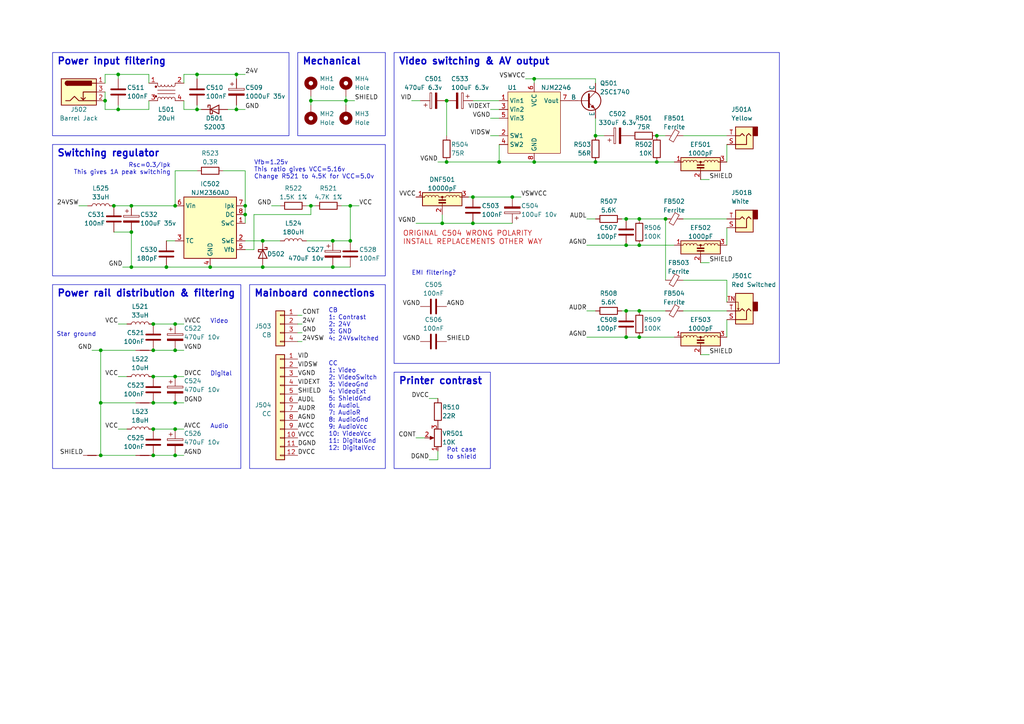
<source format=kicad_sch>
(kicad_sch (version 20230121) (generator eeschema)

  (uuid 5b42077d-e433-47bd-b27b-353a0b1c0ce8)

  (paper "A4")

  (title_block
    (title "Casio Loopy IO Board")
    (rev "MA2MC")
  )

  (lib_symbols
    (symbol "Connector:Barrel_Jack_Switch" (pin_names hide) (in_bom yes) (on_board yes)
      (property "Reference" "J" (at 0 5.334 0)
        (effects (font (size 1.27 1.27)))
      )
      (property "Value" "Barrel_Jack_Switch" (at 0 -5.08 0)
        (effects (font (size 1.27 1.27)))
      )
      (property "Footprint" "" (at 1.27 -1.016 0)
        (effects (font (size 1.27 1.27)) hide)
      )
      (property "Datasheet" "~" (at 1.27 -1.016 0)
        (effects (font (size 1.27 1.27)) hide)
      )
      (property "ki_keywords" "DC power barrel jack connector" (at 0 0 0)
        (effects (font (size 1.27 1.27)) hide)
      )
      (property "ki_description" "DC Barrel Jack with an internal switch" (at 0 0 0)
        (effects (font (size 1.27 1.27)) hide)
      )
      (property "ki_fp_filters" "BarrelJack*" (at 0 0 0)
        (effects (font (size 1.27 1.27)) hide)
      )
      (symbol "Barrel_Jack_Switch_0_1"
        (rectangle (start -5.08 3.81) (end 5.08 -3.81)
          (stroke (width 0.254) (type default))
          (fill (type background))
        )
        (arc (start -3.302 3.175) (mid -3.9343 2.54) (end -3.302 1.905)
          (stroke (width 0.254) (type default))
          (fill (type none))
        )
        (arc (start -3.302 3.175) (mid -3.9343 2.54) (end -3.302 1.905)
          (stroke (width 0.254) (type default))
          (fill (type outline))
        )
        (polyline
          (pts
            (xy 1.27 -2.286)
            (xy 1.905 -1.651)
          )
          (stroke (width 0.254) (type default))
          (fill (type none))
        )
        (polyline
          (pts
            (xy 5.08 2.54)
            (xy 3.81 2.54)
          )
          (stroke (width 0.254) (type default))
          (fill (type none))
        )
        (polyline
          (pts
            (xy 5.08 0)
            (xy 1.27 0)
            (xy 1.27 -2.286)
            (xy 0.635 -1.651)
          )
          (stroke (width 0.254) (type default))
          (fill (type none))
        )
        (polyline
          (pts
            (xy -3.81 -2.54)
            (xy -2.54 -2.54)
            (xy -1.27 -1.27)
            (xy 0 -2.54)
            (xy 2.54 -2.54)
            (xy 5.08 -2.54)
          )
          (stroke (width 0.254) (type default))
          (fill (type none))
        )
        (rectangle (start 3.683 3.175) (end -3.302 1.905)
          (stroke (width 0.254) (type default))
          (fill (type outline))
        )
      )
      (symbol "Barrel_Jack_Switch_1_1"
        (pin passive line (at 7.62 2.54 180) (length 2.54)
          (name "~" (effects (font (size 1.27 1.27))))
          (number "1" (effects (font (size 1.27 1.27))))
        )
        (pin passive line (at 7.62 -2.54 180) (length 2.54)
          (name "~" (effects (font (size 1.27 1.27))))
          (number "2" (effects (font (size 1.27 1.27))))
        )
        (pin passive line (at 7.62 0 180) (length 2.54)
          (name "~" (effects (font (size 1.27 1.27))))
          (number "3" (effects (font (size 1.27 1.27))))
        )
      )
    )
    (symbol "Connector_Audio:AudioJack2" (in_bom yes) (on_board yes)
      (property "Reference" "J" (at 0 8.89 0)
        (effects (font (size 1.27 1.27)))
      )
      (property "Value" "AudioJack2" (at 0 6.35 0)
        (effects (font (size 1.27 1.27)))
      )
      (property "Footprint" "" (at 0 0 0)
        (effects (font (size 1.27 1.27)) hide)
      )
      (property "Datasheet" "~" (at 0 0 0)
        (effects (font (size 1.27 1.27)) hide)
      )
      (property "ki_keywords" "audio jack receptacle mono phone headphone TS connector" (at 0 0 0)
        (effects (font (size 1.27 1.27)) hide)
      )
      (property "ki_description" "Audio Jack, 2 Poles (Mono / TS)" (at 0 0 0)
        (effects (font (size 1.27 1.27)) hide)
      )
      (property "ki_fp_filters" "Jack*" (at 0 0 0)
        (effects (font (size 1.27 1.27)) hide)
      )
      (symbol "AudioJack2_0_1"
        (rectangle (start -3.81 0) (end -2.54 -2.54)
          (stroke (width 0.254) (type default))
          (fill (type outline))
        )
        (rectangle (start -2.54 3.81) (end 2.54 -2.54)
          (stroke (width 0.254) (type default))
          (fill (type background))
        )
        (polyline
          (pts
            (xy 0 0)
            (xy 0.635 -0.635)
            (xy 1.27 0)
            (xy 2.54 0)
          )
          (stroke (width 0.254) (type default))
          (fill (type none))
        )
        (polyline
          (pts
            (xy 2.54 2.54)
            (xy -0.635 2.54)
            (xy -0.635 0)
            (xy -1.27 -0.635)
            (xy -1.905 0)
          )
          (stroke (width 0.254) (type default))
          (fill (type none))
        )
      )
      (symbol "AudioJack2_1_1"
        (pin passive line (at 5.08 2.54 180) (length 2.54)
          (name "~" (effects (font (size 1.27 1.27))))
          (number "S" (effects (font (size 1.27 1.27))))
        )
        (pin passive line (at 5.08 0 180) (length 2.54)
          (name "~" (effects (font (size 1.27 1.27))))
          (number "T" (effects (font (size 1.27 1.27))))
        )
      )
    )
    (symbol "Connector_Audio:AudioJack2_SwitchT" (in_bom yes) (on_board yes)
      (property "Reference" "J" (at 0 8.89 0)
        (effects (font (size 1.27 1.27)))
      )
      (property "Value" "AudioJack2_SwitchT" (at 0 6.35 0)
        (effects (font (size 1.27 1.27)))
      )
      (property "Footprint" "" (at 0 0 0)
        (effects (font (size 1.27 1.27)) hide)
      )
      (property "Datasheet" "~" (at 0 0 0)
        (effects (font (size 1.27 1.27)) hide)
      )
      (property "ki_keywords" "audio jack receptacle mono headphones phone TS connector" (at 0 0 0)
        (effects (font (size 1.27 1.27)) hide)
      )
      (property "ki_description" "Audio Jack, 2 Poles (Mono / TS), Switched T Pole (Normalling)" (at 0 0 0)
        (effects (font (size 1.27 1.27)) hide)
      )
      (property "ki_fp_filters" "Jack*" (at 0 0 0)
        (effects (font (size 1.27 1.27)) hide)
      )
      (symbol "AudioJack2_SwitchT_0_1"
        (rectangle (start -2.54 0) (end -3.81 -2.54)
          (stroke (width 0.254) (type default))
          (fill (type outline))
        )
        (polyline
          (pts
            (xy 1.778 -0.254)
            (xy 2.032 -0.762)
          )
          (stroke (width 0) (type default))
          (fill (type none))
        )
        (polyline
          (pts
            (xy 0 0)
            (xy 0.635 -0.635)
            (xy 1.27 0)
            (xy 2.54 0)
          )
          (stroke (width 0.254) (type default))
          (fill (type none))
        )
        (polyline
          (pts
            (xy 2.54 -2.54)
            (xy 1.778 -2.54)
            (xy 1.778 -0.254)
            (xy 1.524 -0.762)
          )
          (stroke (width 0) (type default))
          (fill (type none))
        )
        (polyline
          (pts
            (xy 2.54 2.54)
            (xy -0.635 2.54)
            (xy -0.635 0)
            (xy -1.27 -0.635)
            (xy -1.905 0)
          )
          (stroke (width 0.254) (type default))
          (fill (type none))
        )
        (rectangle (start 2.54 3.81) (end -2.54 -5.08)
          (stroke (width 0.254) (type default))
          (fill (type background))
        )
      )
      (symbol "AudioJack2_SwitchT_1_1"
        (pin passive line (at 5.08 2.54 180) (length 2.54)
          (name "~" (effects (font (size 1.27 1.27))))
          (number "S" (effects (font (size 1.27 1.27))))
        )
        (pin passive line (at 5.08 0 180) (length 2.54)
          (name "~" (effects (font (size 1.27 1.27))))
          (number "T" (effects (font (size 1.27 1.27))))
        )
        (pin passive line (at 5.08 -2.54 180) (length 2.54)
          (name "~" (effects (font (size 1.27 1.27))))
          (number "TN" (effects (font (size 1.27 1.27))))
        )
      )
    )
    (symbol "Connector_Generic:Conn_01x04" (pin_names (offset 1.016) hide) (in_bom yes) (on_board yes)
      (property "Reference" "J" (at 0 5.08 0)
        (effects (font (size 1.27 1.27)))
      )
      (property "Value" "Conn_01x04" (at 0 -7.62 0)
        (effects (font (size 1.27 1.27)))
      )
      (property "Footprint" "" (at 0 0 0)
        (effects (font (size 1.27 1.27)) hide)
      )
      (property "Datasheet" "~" (at 0 0 0)
        (effects (font (size 1.27 1.27)) hide)
      )
      (property "ki_keywords" "connector" (at 0 0 0)
        (effects (font (size 1.27 1.27)) hide)
      )
      (property "ki_description" "Generic connector, single row, 01x04, script generated (kicad-library-utils/schlib/autogen/connector/)" (at 0 0 0)
        (effects (font (size 1.27 1.27)) hide)
      )
      (property "ki_fp_filters" "Connector*:*_1x??_*" (at 0 0 0)
        (effects (font (size 1.27 1.27)) hide)
      )
      (symbol "Conn_01x04_1_1"
        (rectangle (start -1.27 -4.953) (end 0 -5.207)
          (stroke (width 0.1524) (type default))
          (fill (type none))
        )
        (rectangle (start -1.27 -2.413) (end 0 -2.667)
          (stroke (width 0.1524) (type default))
          (fill (type none))
        )
        (rectangle (start -1.27 0.127) (end 0 -0.127)
          (stroke (width 0.1524) (type default))
          (fill (type none))
        )
        (rectangle (start -1.27 2.667) (end 0 2.413)
          (stroke (width 0.1524) (type default))
          (fill (type none))
        )
        (rectangle (start -1.27 3.81) (end 1.27 -6.35)
          (stroke (width 0.254) (type default))
          (fill (type background))
        )
        (pin passive line (at -5.08 2.54 0) (length 3.81)
          (name "Pin_1" (effects (font (size 1.27 1.27))))
          (number "1" (effects (font (size 1.27 1.27))))
        )
        (pin passive line (at -5.08 0 0) (length 3.81)
          (name "Pin_2" (effects (font (size 1.27 1.27))))
          (number "2" (effects (font (size 1.27 1.27))))
        )
        (pin passive line (at -5.08 -2.54 0) (length 3.81)
          (name "Pin_3" (effects (font (size 1.27 1.27))))
          (number "3" (effects (font (size 1.27 1.27))))
        )
        (pin passive line (at -5.08 -5.08 0) (length 3.81)
          (name "Pin_4" (effects (font (size 1.27 1.27))))
          (number "4" (effects (font (size 1.27 1.27))))
        )
      )
    )
    (symbol "Connector_Generic:Conn_01x12" (pin_names (offset 1.016) hide) (in_bom yes) (on_board yes)
      (property "Reference" "J" (at 0 15.24 0)
        (effects (font (size 1.27 1.27)))
      )
      (property "Value" "Conn_01x12" (at 0 -17.78 0)
        (effects (font (size 1.27 1.27)))
      )
      (property "Footprint" "" (at 0 0 0)
        (effects (font (size 1.27 1.27)) hide)
      )
      (property "Datasheet" "~" (at 0 0 0)
        (effects (font (size 1.27 1.27)) hide)
      )
      (property "ki_keywords" "connector" (at 0 0 0)
        (effects (font (size 1.27 1.27)) hide)
      )
      (property "ki_description" "Generic connector, single row, 01x12, script generated (kicad-library-utils/schlib/autogen/connector/)" (at 0 0 0)
        (effects (font (size 1.27 1.27)) hide)
      )
      (property "ki_fp_filters" "Connector*:*_1x??_*" (at 0 0 0)
        (effects (font (size 1.27 1.27)) hide)
      )
      (symbol "Conn_01x12_1_1"
        (rectangle (start -1.27 -15.113) (end 0 -15.367)
          (stroke (width 0.1524) (type default))
          (fill (type none))
        )
        (rectangle (start -1.27 -12.573) (end 0 -12.827)
          (stroke (width 0.1524) (type default))
          (fill (type none))
        )
        (rectangle (start -1.27 -10.033) (end 0 -10.287)
          (stroke (width 0.1524) (type default))
          (fill (type none))
        )
        (rectangle (start -1.27 -7.493) (end 0 -7.747)
          (stroke (width 0.1524) (type default))
          (fill (type none))
        )
        (rectangle (start -1.27 -4.953) (end 0 -5.207)
          (stroke (width 0.1524) (type default))
          (fill (type none))
        )
        (rectangle (start -1.27 -2.413) (end 0 -2.667)
          (stroke (width 0.1524) (type default))
          (fill (type none))
        )
        (rectangle (start -1.27 0.127) (end 0 -0.127)
          (stroke (width 0.1524) (type default))
          (fill (type none))
        )
        (rectangle (start -1.27 2.667) (end 0 2.413)
          (stroke (width 0.1524) (type default))
          (fill (type none))
        )
        (rectangle (start -1.27 5.207) (end 0 4.953)
          (stroke (width 0.1524) (type default))
          (fill (type none))
        )
        (rectangle (start -1.27 7.747) (end 0 7.493)
          (stroke (width 0.1524) (type default))
          (fill (type none))
        )
        (rectangle (start -1.27 10.287) (end 0 10.033)
          (stroke (width 0.1524) (type default))
          (fill (type none))
        )
        (rectangle (start -1.27 12.827) (end 0 12.573)
          (stroke (width 0.1524) (type default))
          (fill (type none))
        )
        (rectangle (start -1.27 13.97) (end 1.27 -16.51)
          (stroke (width 0.254) (type default))
          (fill (type background))
        )
        (pin passive line (at -5.08 12.7 0) (length 3.81)
          (name "Pin_1" (effects (font (size 1.27 1.27))))
          (number "1" (effects (font (size 1.27 1.27))))
        )
        (pin passive line (at -5.08 -10.16 0) (length 3.81)
          (name "Pin_10" (effects (font (size 1.27 1.27))))
          (number "10" (effects (font (size 1.27 1.27))))
        )
        (pin passive line (at -5.08 -12.7 0) (length 3.81)
          (name "Pin_11" (effects (font (size 1.27 1.27))))
          (number "11" (effects (font (size 1.27 1.27))))
        )
        (pin passive line (at -5.08 -15.24 0) (length 3.81)
          (name "Pin_12" (effects (font (size 1.27 1.27))))
          (number "12" (effects (font (size 1.27 1.27))))
        )
        (pin passive line (at -5.08 10.16 0) (length 3.81)
          (name "Pin_2" (effects (font (size 1.27 1.27))))
          (number "2" (effects (font (size 1.27 1.27))))
        )
        (pin passive line (at -5.08 7.62 0) (length 3.81)
          (name "Pin_3" (effects (font (size 1.27 1.27))))
          (number "3" (effects (font (size 1.27 1.27))))
        )
        (pin passive line (at -5.08 5.08 0) (length 3.81)
          (name "Pin_4" (effects (font (size 1.27 1.27))))
          (number "4" (effects (font (size 1.27 1.27))))
        )
        (pin passive line (at -5.08 2.54 0) (length 3.81)
          (name "Pin_5" (effects (font (size 1.27 1.27))))
          (number "5" (effects (font (size 1.27 1.27))))
        )
        (pin passive line (at -5.08 0 0) (length 3.81)
          (name "Pin_6" (effects (font (size 1.27 1.27))))
          (number "6" (effects (font (size 1.27 1.27))))
        )
        (pin passive line (at -5.08 -2.54 0) (length 3.81)
          (name "Pin_7" (effects (font (size 1.27 1.27))))
          (number "7" (effects (font (size 1.27 1.27))))
        )
        (pin passive line (at -5.08 -5.08 0) (length 3.81)
          (name "Pin_8" (effects (font (size 1.27 1.27))))
          (number "8" (effects (font (size 1.27 1.27))))
        )
        (pin passive line (at -5.08 -7.62 0) (length 3.81)
          (name "Pin_9" (effects (font (size 1.27 1.27))))
          (number "9" (effects (font (size 1.27 1.27))))
        )
      )
    )
    (symbol "Device:C" (pin_numbers hide) (pin_names (offset 0.254)) (in_bom yes) (on_board yes)
      (property "Reference" "C" (at 0.635 2.54 0)
        (effects (font (size 1.27 1.27)) (justify left))
      )
      (property "Value" "C" (at 0.635 -2.54 0)
        (effects (font (size 1.27 1.27)) (justify left))
      )
      (property "Footprint" "" (at 0.9652 -3.81 0)
        (effects (font (size 1.27 1.27)) hide)
      )
      (property "Datasheet" "~" (at 0 0 0)
        (effects (font (size 1.27 1.27)) hide)
      )
      (property "ki_keywords" "cap capacitor" (at 0 0 0)
        (effects (font (size 1.27 1.27)) hide)
      )
      (property "ki_description" "Unpolarized capacitor" (at 0 0 0)
        (effects (font (size 1.27 1.27)) hide)
      )
      (property "ki_fp_filters" "C_*" (at 0 0 0)
        (effects (font (size 1.27 1.27)) hide)
      )
      (symbol "C_0_1"
        (polyline
          (pts
            (xy -2.032 -0.762)
            (xy 2.032 -0.762)
          )
          (stroke (width 0.508) (type default))
          (fill (type none))
        )
        (polyline
          (pts
            (xy -2.032 0.762)
            (xy 2.032 0.762)
          )
          (stroke (width 0.508) (type default))
          (fill (type none))
        )
      )
      (symbol "C_1_1"
        (pin passive line (at 0 3.81 270) (length 2.794)
          (name "~" (effects (font (size 1.27 1.27))))
          (number "1" (effects (font (size 1.27 1.27))))
        )
        (pin passive line (at 0 -3.81 90) (length 2.794)
          (name "~" (effects (font (size 1.27 1.27))))
          (number "2" (effects (font (size 1.27 1.27))))
        )
      )
    )
    (symbol "Device:C_Polarized" (pin_numbers hide) (pin_names (offset 0.254)) (in_bom yes) (on_board yes)
      (property "Reference" "C" (at 0.635 2.54 0)
        (effects (font (size 1.27 1.27)) (justify left))
      )
      (property "Value" "C_Polarized" (at 0.635 -2.54 0)
        (effects (font (size 1.27 1.27)) (justify left))
      )
      (property "Footprint" "" (at 0.9652 -3.81 0)
        (effects (font (size 1.27 1.27)) hide)
      )
      (property "Datasheet" "~" (at 0 0 0)
        (effects (font (size 1.27 1.27)) hide)
      )
      (property "ki_keywords" "cap capacitor" (at 0 0 0)
        (effects (font (size 1.27 1.27)) hide)
      )
      (property "ki_description" "Polarized capacitor" (at 0 0 0)
        (effects (font (size 1.27 1.27)) hide)
      )
      (property "ki_fp_filters" "CP_*" (at 0 0 0)
        (effects (font (size 1.27 1.27)) hide)
      )
      (symbol "C_Polarized_0_1"
        (rectangle (start -2.286 0.508) (end 2.286 1.016)
          (stroke (width 0) (type default))
          (fill (type none))
        )
        (polyline
          (pts
            (xy -1.778 2.286)
            (xy -0.762 2.286)
          )
          (stroke (width 0) (type default))
          (fill (type none))
        )
        (polyline
          (pts
            (xy -1.27 2.794)
            (xy -1.27 1.778)
          )
          (stroke (width 0) (type default))
          (fill (type none))
        )
        (rectangle (start 2.286 -0.508) (end -2.286 -1.016)
          (stroke (width 0) (type default))
          (fill (type outline))
        )
      )
      (symbol "C_Polarized_1_1"
        (pin passive line (at 0 3.81 270) (length 2.794)
          (name "~" (effects (font (size 1.27 1.27))))
          (number "1" (effects (font (size 1.27 1.27))))
        )
        (pin passive line (at 0 -3.81 90) (length 2.794)
          (name "~" (effects (font (size 1.27 1.27))))
          (number "2" (effects (font (size 1.27 1.27))))
        )
      )
    )
    (symbol "Device:D_Schottky" (pin_numbers hide) (pin_names (offset 1.016) hide) (in_bom yes) (on_board yes)
      (property "Reference" "D" (at 0 2.54 0)
        (effects (font (size 1.27 1.27)))
      )
      (property "Value" "D_Schottky" (at 0 -2.54 0)
        (effects (font (size 1.27 1.27)))
      )
      (property "Footprint" "" (at 0 0 0)
        (effects (font (size 1.27 1.27)) hide)
      )
      (property "Datasheet" "~" (at 0 0 0)
        (effects (font (size 1.27 1.27)) hide)
      )
      (property "ki_keywords" "diode Schottky" (at 0 0 0)
        (effects (font (size 1.27 1.27)) hide)
      )
      (property "ki_description" "Schottky diode" (at 0 0 0)
        (effects (font (size 1.27 1.27)) hide)
      )
      (property "ki_fp_filters" "TO-???* *_Diode_* *SingleDiode* D_*" (at 0 0 0)
        (effects (font (size 1.27 1.27)) hide)
      )
      (symbol "D_Schottky_0_1"
        (polyline
          (pts
            (xy 1.27 0)
            (xy -1.27 0)
          )
          (stroke (width 0) (type default))
          (fill (type none))
        )
        (polyline
          (pts
            (xy 1.27 1.27)
            (xy 1.27 -1.27)
            (xy -1.27 0)
            (xy 1.27 1.27)
          )
          (stroke (width 0.254) (type default))
          (fill (type none))
        )
        (polyline
          (pts
            (xy -1.905 0.635)
            (xy -1.905 1.27)
            (xy -1.27 1.27)
            (xy -1.27 -1.27)
            (xy -0.635 -1.27)
            (xy -0.635 -0.635)
          )
          (stroke (width 0.254) (type default))
          (fill (type none))
        )
      )
      (symbol "D_Schottky_1_1"
        (pin passive line (at -3.81 0 0) (length 2.54)
          (name "K" (effects (font (size 1.27 1.27))))
          (number "1" (effects (font (size 1.27 1.27))))
        )
        (pin passive line (at 3.81 0 180) (length 2.54)
          (name "A" (effects (font (size 1.27 1.27))))
          (number "2" (effects (font (size 1.27 1.27))))
        )
      )
    )
    (symbol "Device:FerriteBead_Small" (pin_numbers hide) (pin_names (offset 0)) (in_bom yes) (on_board yes)
      (property "Reference" "FB" (at 1.905 1.27 0)
        (effects (font (size 1.27 1.27)) (justify left))
      )
      (property "Value" "FerriteBead_Small" (at 1.905 -1.27 0)
        (effects (font (size 1.27 1.27)) (justify left))
      )
      (property "Footprint" "" (at -1.778 0 90)
        (effects (font (size 1.27 1.27)) hide)
      )
      (property "Datasheet" "~" (at 0 0 0)
        (effects (font (size 1.27 1.27)) hide)
      )
      (property "ki_keywords" "L ferrite bead inductor filter" (at 0 0 0)
        (effects (font (size 1.27 1.27)) hide)
      )
      (property "ki_description" "Ferrite bead, small symbol" (at 0 0 0)
        (effects (font (size 1.27 1.27)) hide)
      )
      (property "ki_fp_filters" "Inductor_* L_* *Ferrite*" (at 0 0 0)
        (effects (font (size 1.27 1.27)) hide)
      )
      (symbol "FerriteBead_Small_0_1"
        (polyline
          (pts
            (xy 0 -1.27)
            (xy 0 -0.7874)
          )
          (stroke (width 0) (type default))
          (fill (type none))
        )
        (polyline
          (pts
            (xy 0 0.889)
            (xy 0 1.2954)
          )
          (stroke (width 0) (type default))
          (fill (type none))
        )
        (polyline
          (pts
            (xy -1.8288 0.2794)
            (xy -1.1176 1.4986)
            (xy 1.8288 -0.2032)
            (xy 1.1176 -1.4224)
            (xy -1.8288 0.2794)
          )
          (stroke (width 0) (type default))
          (fill (type none))
        )
      )
      (symbol "FerriteBead_Small_1_1"
        (pin passive line (at 0 2.54 270) (length 1.27)
          (name "~" (effects (font (size 1.27 1.27))))
          (number "1" (effects (font (size 1.27 1.27))))
        )
        (pin passive line (at 0 -2.54 90) (length 1.27)
          (name "~" (effects (font (size 1.27 1.27))))
          (number "2" (effects (font (size 1.27 1.27))))
        )
      )
    )
    (symbol "Device:Filter_EMI_CommonMode" (pin_names (offset 0.254) hide) (in_bom yes) (on_board yes)
      (property "Reference" "FL" (at 0 4.445 0)
        (effects (font (size 1.27 1.27)))
      )
      (property "Value" "Filter_EMI_CommonMode" (at 0 -4.445 0)
        (effects (font (size 1.27 1.27)))
      )
      (property "Footprint" "" (at 0 1.016 0)
        (effects (font (size 1.27 1.27)) hide)
      )
      (property "Datasheet" "~" (at 0 1.016 0)
        (effects (font (size 1.27 1.27)) hide)
      )
      (property "ki_keywords" "EMI common mode filter" (at 0 0 0)
        (effects (font (size 1.27 1.27)) hide)
      )
      (property "ki_description" "EMI 2-inductor common mode filter" (at 0 0 0)
        (effects (font (size 1.27 1.27)) hide)
      )
      (property "ki_fp_filters" "L_* L_CommonMode*" (at 0 0 0)
        (effects (font (size 1.27 1.27)) hide)
      )
      (symbol "Filter_EMI_CommonMode_0_1"
        (circle (center -3.048 -1.27) (radius 0.254)
          (stroke (width 0) (type default))
          (fill (type outline))
        )
        (circle (center -3.048 1.524) (radius 0.254)
          (stroke (width 0) (type default))
          (fill (type outline))
        )
        (arc (start -2.54 2.032) (mid -2.032 1.5262) (end -1.524 2.032)
          (stroke (width 0) (type default))
          (fill (type none))
        )
        (arc (start -1.524 -2.032) (mid -2.032 -1.5262) (end -2.54 -2.032)
          (stroke (width 0) (type default))
          (fill (type none))
        )
        (arc (start -1.524 2.032) (mid -1.016 1.5262) (end -0.508 2.032)
          (stroke (width 0) (type default))
          (fill (type none))
        )
        (arc (start -0.508 -2.032) (mid -1.016 -1.5262) (end -1.524 -2.032)
          (stroke (width 0) (type default))
          (fill (type none))
        )
        (arc (start -0.508 2.032) (mid 0 1.5262) (end 0.508 2.032)
          (stroke (width 0) (type default))
          (fill (type none))
        )
        (polyline
          (pts
            (xy -2.54 -2.032)
            (xy -2.54 -2.54)
          )
          (stroke (width 0) (type default))
          (fill (type none))
        )
        (polyline
          (pts
            (xy -2.54 0.508)
            (xy 2.54 0.508)
          )
          (stroke (width 0) (type default))
          (fill (type none))
        )
        (polyline
          (pts
            (xy -2.54 2.032)
            (xy -2.54 2.54)
          )
          (stroke (width 0) (type default))
          (fill (type none))
        )
        (polyline
          (pts
            (xy 2.54 -2.032)
            (xy 2.54 -2.54)
          )
          (stroke (width 0) (type default))
          (fill (type none))
        )
        (polyline
          (pts
            (xy 2.54 -0.508)
            (xy -2.54 -0.508)
          )
          (stroke (width 0) (type default))
          (fill (type none))
        )
        (polyline
          (pts
            (xy 2.54 2.54)
            (xy 2.54 2.032)
          )
          (stroke (width 0) (type default))
          (fill (type none))
        )
        (arc (start 0.508 -2.032) (mid 0 -1.5262) (end -0.508 -2.032)
          (stroke (width 0) (type default))
          (fill (type none))
        )
        (arc (start 0.508 2.032) (mid 1.016 1.5262) (end 1.524 2.032)
          (stroke (width 0) (type default))
          (fill (type none))
        )
        (arc (start 1.524 -2.032) (mid 1.016 -1.5262) (end 0.508 -2.032)
          (stroke (width 0) (type default))
          (fill (type none))
        )
        (arc (start 1.524 2.032) (mid 2.032 1.5262) (end 2.54 2.032)
          (stroke (width 0) (type default))
          (fill (type none))
        )
        (arc (start 2.54 -2.032) (mid 2.032 -1.5262) (end 1.524 -2.032)
          (stroke (width 0) (type default))
          (fill (type none))
        )
      )
      (symbol "Filter_EMI_CommonMode_1_1"
        (pin passive line (at -5.08 2.54 0) (length 2.54)
          (name "1" (effects (font (size 1.27 1.27))))
          (number "1" (effects (font (size 1.27 1.27))))
        )
        (pin passive line (at 5.08 2.54 180) (length 2.54)
          (name "2" (effects (font (size 1.27 1.27))))
          (number "2" (effects (font (size 1.27 1.27))))
        )
        (pin passive line (at -5.08 -2.54 0) (length 2.54)
          (name "3" (effects (font (size 1.27 1.27))))
          (number "3" (effects (font (size 1.27 1.27))))
        )
        (pin passive line (at 5.08 -2.54 180) (length 2.54)
          (name "4" (effects (font (size 1.27 1.27))))
          (number "4" (effects (font (size 1.27 1.27))))
        )
      )
    )
    (symbol "Device:Filter_EMI_LCL" (pin_names (offset 0.254) hide) (in_bom yes) (on_board yes)
      (property "Reference" "FL" (at 0 6.985 0)
        (effects (font (size 1.27 1.27)))
      )
      (property "Value" "Filter_EMI_LCL" (at 0 5.08 0)
        (effects (font (size 1.27 1.27)))
      )
      (property "Footprint" "" (at 0 0 90)
        (effects (font (size 1.27 1.27)) hide)
      )
      (property "Datasheet" "http://www.murata.com/~/media/webrenewal/support/library/catalog/products/emc/emifil/c31e.ashx?la=en-gb" (at 0 0 90)
        (effects (font (size 1.27 1.27)) hide)
      )
      (property "ki_keywords" "EMI T-filter" (at 0 0 0)
        (effects (font (size 1.27 1.27)) hide)
      )
      (property "ki_description" "EMI T-filter (LCL)" (at 0 0 0)
        (effects (font (size 1.27 1.27)) hide)
      )
      (property "ki_fp_filters" "Filter* Resonator*" (at 0 0 0)
        (effects (font (size 1.27 1.27)) hide)
      )
      (symbol "Filter_EMI_LCL_0_1"
        (rectangle (start -5.715 3.81) (end 5.715 0)
          (stroke (width 0.254) (type default))
          (fill (type background))
        )
        (arc (start -4.064 2.54) (mid -4.572 3.0458) (end -5.08 2.54)
          (stroke (width 0) (type default))
          (fill (type none))
        )
        (arc (start -3.048 2.54) (mid -3.556 3.0458) (end -4.064 2.54)
          (stroke (width 0) (type default))
          (fill (type none))
        )
        (arc (start -2.032 2.54) (mid -2.54 3.0458) (end -3.048 2.54)
          (stroke (width 0) (type default))
          (fill (type none))
        )
        (rectangle (start -1.016 0.762) (end 1.016 1.016)
          (stroke (width 0) (type default))
          (fill (type outline))
        )
        (arc (start -1.016 2.54) (mid -1.524 3.0458) (end -2.032 2.54)
          (stroke (width 0) (type default))
          (fill (type none))
        )
        (polyline
          (pts
            (xy -1.016 2.54)
            (xy 1.016 2.54)
          )
          (stroke (width 0) (type default))
          (fill (type none))
        )
        (polyline
          (pts
            (xy 0 0.762)
            (xy 0 0)
          )
          (stroke (width 0) (type default))
          (fill (type none))
        )
        (polyline
          (pts
            (xy 0 2.54)
            (xy 0 1.778)
          )
          (stroke (width 0) (type default))
          (fill (type none))
        )
        (circle (center 0 2.54) (radius 0.254)
          (stroke (width 0) (type default))
          (fill (type outline))
        )
        (rectangle (start 1.016 1.524) (end -1.016 1.778)
          (stroke (width 0) (type default))
          (fill (type outline))
        )
        (arc (start 2.032 2.54) (mid 1.524 3.0458) (end 1.016 2.54)
          (stroke (width 0) (type default))
          (fill (type none))
        )
        (arc (start 3.048 2.54) (mid 2.54 3.0458) (end 2.032 2.54)
          (stroke (width 0) (type default))
          (fill (type none))
        )
        (arc (start 4.064 2.54) (mid 3.556 3.0458) (end 3.048 2.54)
          (stroke (width 0) (type default))
          (fill (type none))
        )
        (arc (start 5.08 2.54) (mid 4.572 3.0458) (end 4.064 2.54)
          (stroke (width 0) (type default))
          (fill (type none))
        )
      )
      (symbol "Filter_EMI_LCL_1_1"
        (pin passive line (at -7.62 2.54 0) (length 2.54)
          (name "1" (effects (font (size 1.27 1.27))))
          (number "1" (effects (font (size 1.27 1.27))))
        )
        (pin passive line (at 0 -2.54 90) (length 2.54)
          (name "2" (effects (font (size 1.27 1.27))))
          (number "2" (effects (font (size 1.27 1.27))))
        )
        (pin passive line (at 7.62 2.54 180) (length 2.54)
          (name "3" (effects (font (size 1.27 1.27))))
          (number "3" (effects (font (size 1.27 1.27))))
        )
      )
    )
    (symbol "Device:L" (pin_numbers hide) (pin_names (offset 1.016) hide) (in_bom yes) (on_board yes)
      (property "Reference" "L" (at -1.27 0 90)
        (effects (font (size 1.27 1.27)))
      )
      (property "Value" "L" (at 1.905 0 90)
        (effects (font (size 1.27 1.27)))
      )
      (property "Footprint" "" (at 0 0 0)
        (effects (font (size 1.27 1.27)) hide)
      )
      (property "Datasheet" "~" (at 0 0 0)
        (effects (font (size 1.27 1.27)) hide)
      )
      (property "ki_keywords" "inductor choke coil reactor magnetic" (at 0 0 0)
        (effects (font (size 1.27 1.27)) hide)
      )
      (property "ki_description" "Inductor" (at 0 0 0)
        (effects (font (size 1.27 1.27)) hide)
      )
      (property "ki_fp_filters" "Choke_* *Coil* Inductor_* L_*" (at 0 0 0)
        (effects (font (size 1.27 1.27)) hide)
      )
      (symbol "L_0_1"
        (arc (start 0 -2.54) (mid 0.6323 -1.905) (end 0 -1.27)
          (stroke (width 0) (type default))
          (fill (type none))
        )
        (arc (start 0 -1.27) (mid 0.6323 -0.635) (end 0 0)
          (stroke (width 0) (type default))
          (fill (type none))
        )
        (arc (start 0 0) (mid 0.6323 0.635) (end 0 1.27)
          (stroke (width 0) (type default))
          (fill (type none))
        )
        (arc (start 0 1.27) (mid 0.6323 1.905) (end 0 2.54)
          (stroke (width 0) (type default))
          (fill (type none))
        )
      )
      (symbol "L_1_1"
        (pin passive line (at 0 3.81 270) (length 1.27)
          (name "1" (effects (font (size 1.27 1.27))))
          (number "1" (effects (font (size 1.27 1.27))))
        )
        (pin passive line (at 0 -3.81 90) (length 1.27)
          (name "2" (effects (font (size 1.27 1.27))))
          (number "2" (effects (font (size 1.27 1.27))))
        )
      )
    )
    (symbol "Device:NetTie_2" (pin_numbers hide) (pin_names (offset 0) hide) (in_bom no) (on_board yes)
      (property "Reference" "NT" (at 0 1.27 0)
        (effects (font (size 1.27 1.27)))
      )
      (property "Value" "NetTie_2" (at 0 -1.27 0)
        (effects (font (size 1.27 1.27)))
      )
      (property "Footprint" "" (at 0 0 0)
        (effects (font (size 1.27 1.27)) hide)
      )
      (property "Datasheet" "~" (at 0 0 0)
        (effects (font (size 1.27 1.27)) hide)
      )
      (property "ki_keywords" "net tie short" (at 0 0 0)
        (effects (font (size 1.27 1.27)) hide)
      )
      (property "ki_description" "Net tie, 2 pins" (at 0 0 0)
        (effects (font (size 1.27 1.27)) hide)
      )
      (property "ki_fp_filters" "Net*Tie*" (at 0 0 0)
        (effects (font (size 1.27 1.27)) hide)
      )
      (symbol "NetTie_2_0_1"
        (polyline
          (pts
            (xy -1.27 0)
            (xy 1.27 0)
          )
          (stroke (width 0.254) (type default))
          (fill (type none))
        )
      )
      (symbol "NetTie_2_1_1"
        (pin passive line (at -2.54 0 0) (length 2.54)
          (name "1" (effects (font (size 1.27 1.27))))
          (number "1" (effects (font (size 1.27 1.27))))
        )
        (pin passive line (at 2.54 0 180) (length 2.54)
          (name "2" (effects (font (size 1.27 1.27))))
          (number "2" (effects (font (size 1.27 1.27))))
        )
      )
    )
    (symbol "Device:R" (pin_numbers hide) (pin_names (offset 0)) (in_bom yes) (on_board yes)
      (property "Reference" "R" (at 2.032 0 90)
        (effects (font (size 1.27 1.27)))
      )
      (property "Value" "R" (at 0 0 90)
        (effects (font (size 1.27 1.27)))
      )
      (property "Footprint" "" (at -1.778 0 90)
        (effects (font (size 1.27 1.27)) hide)
      )
      (property "Datasheet" "~" (at 0 0 0)
        (effects (font (size 1.27 1.27)) hide)
      )
      (property "ki_keywords" "R res resistor" (at 0 0 0)
        (effects (font (size 1.27 1.27)) hide)
      )
      (property "ki_description" "Resistor" (at 0 0 0)
        (effects (font (size 1.27 1.27)) hide)
      )
      (property "ki_fp_filters" "R_*" (at 0 0 0)
        (effects (font (size 1.27 1.27)) hide)
      )
      (symbol "R_0_1"
        (rectangle (start -1.016 -2.54) (end 1.016 2.54)
          (stroke (width 0.254) (type default))
          (fill (type none))
        )
      )
      (symbol "R_1_1"
        (pin passive line (at 0 3.81 270) (length 1.27)
          (name "~" (effects (font (size 1.27 1.27))))
          (number "1" (effects (font (size 1.27 1.27))))
        )
        (pin passive line (at 0 -3.81 90) (length 1.27)
          (name "~" (effects (font (size 1.27 1.27))))
          (number "2" (effects (font (size 1.27 1.27))))
        )
      )
    )
    (symbol "Device:R_Potentiometer" (pin_names (offset 1.016) hide) (in_bom yes) (on_board yes)
      (property "Reference" "RV" (at -4.445 0 90)
        (effects (font (size 1.27 1.27)))
      )
      (property "Value" "R_Potentiometer" (at -2.54 0 90)
        (effects (font (size 1.27 1.27)))
      )
      (property "Footprint" "" (at 0 0 0)
        (effects (font (size 1.27 1.27)) hide)
      )
      (property "Datasheet" "~" (at 0 0 0)
        (effects (font (size 1.27 1.27)) hide)
      )
      (property "ki_keywords" "resistor variable" (at 0 0 0)
        (effects (font (size 1.27 1.27)) hide)
      )
      (property "ki_description" "Potentiometer" (at 0 0 0)
        (effects (font (size 1.27 1.27)) hide)
      )
      (property "ki_fp_filters" "Potentiometer*" (at 0 0 0)
        (effects (font (size 1.27 1.27)) hide)
      )
      (symbol "R_Potentiometer_0_1"
        (polyline
          (pts
            (xy 2.54 0)
            (xy 1.524 0)
          )
          (stroke (width 0) (type default))
          (fill (type none))
        )
        (polyline
          (pts
            (xy 1.143 0)
            (xy 2.286 0.508)
            (xy 2.286 -0.508)
            (xy 1.143 0)
          )
          (stroke (width 0) (type default))
          (fill (type outline))
        )
        (rectangle (start 1.016 2.54) (end -1.016 -2.54)
          (stroke (width 0.254) (type default))
          (fill (type none))
        )
      )
      (symbol "R_Potentiometer_1_1"
        (pin passive line (at 0 3.81 270) (length 1.27)
          (name "1" (effects (font (size 1.27 1.27))))
          (number "1" (effects (font (size 1.27 1.27))))
        )
        (pin passive line (at 3.81 0 180) (length 1.27)
          (name "2" (effects (font (size 1.27 1.27))))
          (number "2" (effects (font (size 1.27 1.27))))
        )
        (pin passive line (at 0 -3.81 90) (length 1.27)
          (name "3" (effects (font (size 1.27 1.27))))
          (number "3" (effects (font (size 1.27 1.27))))
        )
      )
    )
    (symbol "Mechanical:MountingHole_Pad" (pin_numbers hide) (pin_names (offset 1.016) hide) (in_bom yes) (on_board yes)
      (property "Reference" "H" (at 0 6.35 0)
        (effects (font (size 1.27 1.27)))
      )
      (property "Value" "MountingHole_Pad" (at 0 4.445 0)
        (effects (font (size 1.27 1.27)))
      )
      (property "Footprint" "" (at 0 0 0)
        (effects (font (size 1.27 1.27)) hide)
      )
      (property "Datasheet" "~" (at 0 0 0)
        (effects (font (size 1.27 1.27)) hide)
      )
      (property "ki_keywords" "mounting hole" (at 0 0 0)
        (effects (font (size 1.27 1.27)) hide)
      )
      (property "ki_description" "Mounting Hole with connection" (at 0 0 0)
        (effects (font (size 1.27 1.27)) hide)
      )
      (property "ki_fp_filters" "MountingHole*Pad*" (at 0 0 0)
        (effects (font (size 1.27 1.27)) hide)
      )
      (symbol "MountingHole_Pad_0_1"
        (circle (center 0 1.27) (radius 1.27)
          (stroke (width 1.27) (type default))
          (fill (type none))
        )
      )
      (symbol "MountingHole_Pad_1_1"
        (pin input line (at 0 -2.54 90) (length 2.54)
          (name "1" (effects (font (size 1.27 1.27))))
          (number "1" (effects (font (size 1.27 1.27))))
        )
      )
    )
    (symbol "Regulator_Switching:MC33063AP" (in_bom yes) (on_board yes)
      (property "Reference" "U" (at -7.62 8.89 0)
        (effects (font (size 1.27 1.27)) (justify left))
      )
      (property "Value" "MC33063AP" (at 0 8.89 0)
        (effects (font (size 1.27 1.27)) (justify left))
      )
      (property "Footprint" "Package_DIP:DIP-8_W7.62mm" (at 1.27 -11.43 0)
        (effects (font (size 1.27 1.27)) (justify left) hide)
      )
      (property "Datasheet" "http://www.onsemi.com/pub_link/Collateral/MC34063A-D.PDF" (at 12.7 -2.54 0)
        (effects (font (size 1.27 1.27)) hide)
      )
      (property "ki_keywords" "smps buck boost inverting" (at 0 0 0)
        (effects (font (size 1.27 1.27)) hide)
      )
      (property "ki_description" "1.5A, step-up/down/inverting switching regulator, 3-40V Vin, 100kHz, DIP-8" (at 0 0 0)
        (effects (font (size 1.27 1.27)) hide)
      )
      (property "ki_fp_filters" "DIP*W7.62mm*" (at 0 0 0)
        (effects (font (size 1.27 1.27)) hide)
      )
      (symbol "MC33063AP_0_1"
        (rectangle (start -7.62 7.62) (end 7.62 -10.16)
          (stroke (width 0.254) (type default))
          (fill (type background))
        )
      )
      (symbol "MC33063AP_1_1"
        (pin open_collector line (at 10.16 0 180) (length 2.54)
          (name "SwC" (effects (font (size 1.27 1.27))))
          (number "1" (effects (font (size 1.27 1.27))))
        )
        (pin open_emitter line (at 10.16 -5.08 180) (length 2.54)
          (name "SwE" (effects (font (size 1.27 1.27))))
          (number "2" (effects (font (size 1.27 1.27))))
        )
        (pin passive line (at -10.16 -5.08 0) (length 2.54)
          (name "TC" (effects (font (size 1.27 1.27))))
          (number "3" (effects (font (size 1.27 1.27))))
        )
        (pin power_in line (at 0 -12.7 90) (length 2.54)
          (name "GND" (effects (font (size 1.27 1.27))))
          (number "4" (effects (font (size 1.27 1.27))))
        )
        (pin input line (at 10.16 -7.62 180) (length 2.54)
          (name "Vfb" (effects (font (size 1.27 1.27))))
          (number "5" (effects (font (size 1.27 1.27))))
        )
        (pin power_in line (at -10.16 5.08 0) (length 2.54)
          (name "Vin" (effects (font (size 1.27 1.27))))
          (number "6" (effects (font (size 1.27 1.27))))
        )
        (pin input line (at 10.16 5.08 180) (length 2.54)
          (name "Ipk" (effects (font (size 1.27 1.27))))
          (number "7" (effects (font (size 1.27 1.27))))
        )
        (pin open_collector line (at 10.16 2.54 180) (length 2.54)
          (name "DC" (effects (font (size 1.27 1.27))))
          (number "8" (effects (font (size 1.27 1.27))))
        )
      )
    )
    (symbol "Simulation_SPICE:NPN" (pin_numbers hide) (pin_names (offset 0)) (in_bom yes) (on_board yes)
      (property "Reference" "Q" (at -2.54 7.62 0)
        (effects (font (size 1.27 1.27)))
      )
      (property "Value" "NPN" (at -2.54 5.08 0)
        (effects (font (size 1.27 1.27)))
      )
      (property "Footprint" "" (at 63.5 0 0)
        (effects (font (size 1.27 1.27)) hide)
      )
      (property "Datasheet" "~" (at 63.5 0 0)
        (effects (font (size 1.27 1.27)) hide)
      )
      (property "Sim.Device" "NPN" (at 0 0 0)
        (effects (font (size 1.27 1.27)) hide)
      )
      (property "Sim.Type" "GUMMELPOON" (at 0 0 0)
        (effects (font (size 1.27 1.27)) hide)
      )
      (property "Sim.Pins" "1=C 2=B 3=E" (at 0 0 0)
        (effects (font (size 1.27 1.27)) hide)
      )
      (property "ki_keywords" "simulation" (at 0 0 0)
        (effects (font (size 1.27 1.27)) hide)
      )
      (property "ki_description" "Bipolar transistor symbol for simulation only, substrate tied to the emitter" (at 0 0 0)
        (effects (font (size 1.27 1.27)) hide)
      )
      (symbol "NPN_0_1"
        (polyline
          (pts
            (xy -2.54 0)
            (xy 0.635 0)
          )
          (stroke (width 0.1524) (type default))
          (fill (type none))
        )
        (polyline
          (pts
            (xy 0.635 0.635)
            (xy 2.54 2.54)
          )
          (stroke (width 0) (type default))
          (fill (type none))
        )
        (polyline
          (pts
            (xy 2.794 -1.27)
            (xy 2.794 -1.27)
          )
          (stroke (width 0.1524) (type default))
          (fill (type none))
        )
        (polyline
          (pts
            (xy 2.794 -1.27)
            (xy 2.794 -1.27)
          )
          (stroke (width 0.1524) (type default))
          (fill (type none))
        )
        (polyline
          (pts
            (xy 0.635 -0.635)
            (xy 2.54 -2.54)
            (xy 2.54 -2.54)
          )
          (stroke (width 0) (type default))
          (fill (type none))
        )
        (polyline
          (pts
            (xy 0.635 1.905)
            (xy 0.635 -1.905)
            (xy 0.635 -1.905)
          )
          (stroke (width 0.508) (type default))
          (fill (type none))
        )
        (polyline
          (pts
            (xy 1.27 -1.778)
            (xy 1.778 -1.27)
            (xy 2.286 -2.286)
            (xy 1.27 -1.778)
            (xy 1.27 -1.778)
          )
          (stroke (width 0) (type default))
          (fill (type outline))
        )
        (circle (center 1.27 0) (radius 2.8194)
          (stroke (width 0.254) (type default))
          (fill (type none))
        )
      )
      (symbol "NPN_1_1"
        (pin open_collector line (at 2.54 5.08 270) (length 2.54)
          (name "C" (effects (font (size 1.27 1.27))))
          (number "1" (effects (font (size 1.27 1.27))))
        )
        (pin input line (at -5.08 0 0) (length 2.54)
          (name "B" (effects (font (size 1.27 1.27))))
          (number "2" (effects (font (size 1.27 1.27))))
        )
        (pin open_emitter line (at 2.54 -5.08 90) (length 2.54)
          (name "E" (effects (font (size 1.27 1.27))))
          (number "3" (effects (font (size 1.27 1.27))))
        )
      )
    )
    (symbol "_project_parts:NJM2246" (in_bom yes) (on_board yes)
      (property "Reference" "U" (at -7.62 10.16 0)
        (effects (font (size 1.27 1.27)))
      )
      (property "Value" "NJM2246" (at 7.62 10.16 0)
        (effects (font (size 1.27 1.27)))
      )
      (property "Footprint" "" (at -3.81 1.27 0)
        (effects (font (size 1.27 1.27)) hide)
      )
      (property "Datasheet" "" (at -3.81 1.27 0)
        (effects (font (size 1.27 1.27)) hide)
      )
      (symbol "NJM2246_1_1"
        (rectangle (start -7.62 8.89) (end 7.62 -8.89)
          (stroke (width 0) (type default))
          (fill (type background))
        )
        (pin input line (at -10.16 6.35 0) (length 2.54)
          (name "Vin1" (effects (font (size 1.27 1.27))))
          (number "1" (effects (font (size 1.27 1.27))))
        )
        (pin input line (at -10.16 -3.81 0) (length 2.54)
          (name "SW1" (effects (font (size 1.27 1.27))))
          (number "2" (effects (font (size 1.27 1.27))))
        )
        (pin input line (at -10.16 3.81 0) (length 2.54)
          (name "Vin2" (effects (font (size 1.27 1.27))))
          (number "3" (effects (font (size 1.27 1.27))))
        )
        (pin input line (at -10.16 -6.35 0) (length 2.54)
          (name "SW2" (effects (font (size 1.27 1.27))))
          (number "4" (effects (font (size 1.27 1.27))))
        )
        (pin input line (at -10.16 1.27 0) (length 2.54)
          (name "Vin3" (effects (font (size 1.27 1.27))))
          (number "5" (effects (font (size 1.27 1.27))))
        )
        (pin power_in line (at 0 11.43 270) (length 2.54)
          (name "VCC" (effects (font (size 1.27 1.27))))
          (number "6" (effects (font (size 1.27 1.27))))
        )
        (pin output line (at 10.16 6.35 180) (length 2.54)
          (name "Vout" (effects (font (size 1.27 1.27))))
          (number "7" (effects (font (size 1.27 1.27))))
        )
        (pin power_in line (at 0 -11.43 90) (length 2.54)
          (name "GND" (effects (font (size 1.27 1.27))))
          (number "8" (effects (font (size 1.27 1.27))))
        )
      )
    )
  )

  (junction (at 190.5 39.37) (diameter 0) (color 0 0 0 0)
    (uuid 01200f99-ecbb-40c9-b4d7-23ed9db11fe8)
  )
  (junction (at 154.94 46.99) (diameter 0) (color 0 0 0 0)
    (uuid 078f24a9-8f43-4d66-b1e5-e5090a921857)
  )
  (junction (at 96.52 69.85) (diameter 0) (color 0 0 0 0)
    (uuid 07d65b72-ec2c-4801-842e-19be25ba41c8)
  )
  (junction (at 44.45 132.08) (diameter 0) (color 0 0 0 0)
    (uuid 0ab49d11-4a17-46e8-b74a-2fd21e47d88b)
  )
  (junction (at 44.45 93.98) (diameter 0) (color 0 0 0 0)
    (uuid 0e6f01f1-4057-4b6c-80d8-3736d0f5dd72)
  )
  (junction (at 101.6 69.85) (diameter 0) (color 0 0 0 0)
    (uuid 1166d4a4-f45c-4ba4-b2ca-bfffd42054c5)
  )
  (junction (at 38.1 59.69) (diameter 0) (color 0 0 0 0)
    (uuid 14ef46bf-7b41-49a0-ab16-d67cb3af0726)
  )
  (junction (at 185.42 90.17) (diameter 0) (color 0 0 0 0)
    (uuid 1f661233-df8b-4946-beb1-2039441afa1c)
  )
  (junction (at 129.54 29.21) (diameter 0) (color 0 0 0 0)
    (uuid 20e8f4f1-ac40-4ccb-8c5f-056ad0f5262d)
  )
  (junction (at 76.2 69.85) (diameter 0) (color 0 0 0 0)
    (uuid 2bc8b689-3fcb-42be-8f8c-636a682b093c)
  )
  (junction (at 193.04 63.5) (diameter 0) (color 0 0 0 0)
    (uuid 2e0f459f-ed5a-491a-8b83-d802ffff9ae3)
  )
  (junction (at 129.54 46.99) (diameter 0) (color 0 0 0 0)
    (uuid 2e523cf4-f5e0-459c-8fd9-9f58a4f6273a)
  )
  (junction (at 60.96 77.47) (diameter 0) (color 0 0 0 0)
    (uuid 2fe2205f-9e13-402c-8c52-aaff001d49e5)
  )
  (junction (at 68.58 31.75) (diameter 0) (color 0 0 0 0)
    (uuid 30969058-1299-4f96-922f-fba05ae602f3)
  )
  (junction (at 29.21 116.84) (diameter 0) (color 0 0 0 0)
    (uuid 331c7c39-9570-4fa3-95cd-5af0553e4c8a)
  )
  (junction (at 144.78 46.99) (diameter 0) (color 0 0 0 0)
    (uuid 3d23d74b-85eb-4fcd-90f8-7082a4227967)
  )
  (junction (at 50.8 109.22) (diameter 0) (color 0 0 0 0)
    (uuid 3d63599c-8f02-46d0-b559-587e00e84090)
  )
  (junction (at 33.02 59.69) (diameter 0) (color 0 0 0 0)
    (uuid 3ec6d8d2-c5ef-489c-bd1c-768f1bd3f743)
  )
  (junction (at 50.8 101.6) (diameter 0) (color 0 0 0 0)
    (uuid 406805df-ceb0-442f-9097-d5f16d2aae77)
  )
  (junction (at 57.15 31.75) (diameter 0) (color 0 0 0 0)
    (uuid 48bca90a-1e31-4446-9cb2-02920ce1c249)
  )
  (junction (at 50.8 132.08) (diameter 0) (color 0 0 0 0)
    (uuid 493ff5ca-7d09-41d8-a7e0-d7467be46e04)
  )
  (junction (at 71.12 59.69) (diameter 0) (color 0 0 0 0)
    (uuid 54c058d3-6fa7-48ee-920f-58ca1050b6d2)
  )
  (junction (at 90.17 29.21) (diameter 0) (color 0 0 0 0)
    (uuid 55f6a280-232c-488e-ac31-fa65a3465311)
  )
  (junction (at 128.27 64.77) (diameter 0) (color 0 0 0 0)
    (uuid 5ac1a7db-604e-4d3f-b1f1-27a034f85054)
  )
  (junction (at 48.26 77.47) (diameter 0) (color 0 0 0 0)
    (uuid 5cc01e97-6463-4af7-b00c-9055d90d2b97)
  )
  (junction (at 34.29 31.75) (diameter 0) (color 0 0 0 0)
    (uuid 64433fae-4e8c-4bab-a675-fab678b7ba74)
  )
  (junction (at 181.61 90.17) (diameter 0) (color 0 0 0 0)
    (uuid 68e1da6f-e343-4dbb-9802-f583826d3a05)
  )
  (junction (at 172.72 46.99) (diameter 0) (color 0 0 0 0)
    (uuid 70b161e6-b6e0-4729-80a3-f13e284421c0)
  )
  (junction (at 96.52 77.47) (diameter 0) (color 0 0 0 0)
    (uuid 73a1c0e1-ff51-4146-a079-ad3ae9336b12)
  )
  (junction (at 30.48 29.21) (diameter 0) (color 0 0 0 0)
    (uuid 78fd553a-77cc-4920-9d85-476657c6e194)
  )
  (junction (at 181.61 63.5) (diameter 0) (color 0 0 0 0)
    (uuid 7e54bde5-719c-41a0-9baa-6c8685dc9904)
  )
  (junction (at 44.45 101.6) (diameter 0) (color 0 0 0 0)
    (uuid 8a6406d6-c20c-4d91-8cb2-3a511a5b5444)
  )
  (junction (at 50.8 59.69) (diameter 0) (color 0 0 0 0)
    (uuid 8ae2877b-ca90-4c0e-9c6c-aa5ae6b5238d)
  )
  (junction (at 44.45 109.22) (diameter 0) (color 0 0 0 0)
    (uuid 8c79d855-d909-4349-99da-25149be40507)
  )
  (junction (at 90.17 59.69) (diameter 0) (color 0 0 0 0)
    (uuid 8e748ee7-5238-4c02-91ab-29192c5948fa)
  )
  (junction (at 181.61 71.12) (diameter 0) (color 0 0 0 0)
    (uuid 953b59be-b622-4800-8d11-7c8a6cf185c5)
  )
  (junction (at 148.59 57.15) (diameter 0) (color 0 0 0 0)
    (uuid 9e173855-065b-4ab5-a34f-672c670fe925)
  )
  (junction (at 185.42 63.5) (diameter 0) (color 0 0 0 0)
    (uuid a823c68a-2178-4ee9-8200-28d7971070c7)
  )
  (junction (at 76.2 77.47) (diameter 0) (color 0 0 0 0)
    (uuid a9c15723-c9a4-472c-8d45-4ba691d201eb)
  )
  (junction (at 34.29 21.59) (diameter 0) (color 0 0 0 0)
    (uuid a9d52093-ac64-4ba3-984e-d05d2b42b2de)
  )
  (junction (at 71.12 62.23) (diameter 0) (color 0 0 0 0)
    (uuid ac919aba-7701-4c31-9ef1-0ffbbbbc3ba9)
  )
  (junction (at 172.72 39.37) (diameter 0) (color 0 0 0 0)
    (uuid b262fae7-831f-4ec6-b8a7-3d513edf27e9)
  )
  (junction (at 185.42 71.12) (diameter 0) (color 0 0 0 0)
    (uuid b61bded2-f93b-44a1-bb04-6b831968e35b)
  )
  (junction (at 29.21 132.08) (diameter 0) (color 0 0 0 0)
    (uuid b666d66d-771a-451b-9d32-d2babc696958)
  )
  (junction (at 181.61 97.79) (diameter 0) (color 0 0 0 0)
    (uuid bb166147-e4d2-4f1c-bb04-84aefa687e6f)
  )
  (junction (at 50.8 116.84) (diameter 0) (color 0 0 0 0)
    (uuid bba831a1-8766-4af5-bc14-cde5f923f801)
  )
  (junction (at 38.1 67.31) (diameter 0) (color 0 0 0 0)
    (uuid bd526e0a-2267-419a-a5d4-2f2851e6316f)
  )
  (junction (at 137.16 57.15) (diameter 0) (color 0 0 0 0)
    (uuid c1ed1e2a-4d8b-4441-b601-af3a48b4b626)
  )
  (junction (at 101.6 59.69) (diameter 0) (color 0 0 0 0)
    (uuid c32aaac9-8fb9-4e67-8584-9b2508cc3f8c)
  )
  (junction (at 100.33 29.21) (diameter 0) (color 0 0 0 0)
    (uuid c780e7ac-5a39-4ffc-8e65-a093c2faaddf)
  )
  (junction (at 44.45 124.46) (diameter 0) (color 0 0 0 0)
    (uuid c893cb96-c99d-47ff-bcde-19e694ca3e4e)
  )
  (junction (at 50.8 124.46) (diameter 0) (color 0 0 0 0)
    (uuid cf4f0820-a4d5-42aa-a5b1-790d15bfdc59)
  )
  (junction (at 50.8 93.98) (diameter 0) (color 0 0 0 0)
    (uuid d8199b0b-d1ae-4466-a22d-7aa6561b40f8)
  )
  (junction (at 185.42 97.79) (diameter 0) (color 0 0 0 0)
    (uuid e029200a-8386-43ba-963b-292f7877fe2f)
  )
  (junction (at 137.16 64.77) (diameter 0) (color 0 0 0 0)
    (uuid e2d08ab3-1a64-419b-af4a-7d3fb21a753a)
  )
  (junction (at 154.94 22.86) (diameter 0) (color 0 0 0 0)
    (uuid e7bd9a5f-6a71-4369-a8e6-b6b5cfa5cc79)
  )
  (junction (at 68.58 21.59) (diameter 0) (color 0 0 0 0)
    (uuid f401bf5c-8a3f-4819-94da-b995120244f0)
  )
  (junction (at 44.45 116.84) (diameter 0) (color 0 0 0 0)
    (uuid f46fb243-4ca8-41a4-8589-ebbfb81c5a2e)
  )
  (junction (at 57.15 21.59) (diameter 0) (color 0 0 0 0)
    (uuid f6424648-170b-4a71-99e8-9d4252377f30)
  )
  (junction (at 38.1 77.47) (diameter 0) (color 0 0 0 0)
    (uuid f6ce3c3a-892e-4e4a-9f00-acf49f693356)
  )
  (junction (at 29.21 101.6) (diameter 0) (color 0 0 0 0)
    (uuid ff049991-892d-4230-9c64-4f0cf161a706)
  )
  (junction (at 190.5 46.99) (diameter 0) (color 0 0 0 0)
    (uuid ffc24876-2e63-4f8c-9f68-4a13c5fdaa36)
  )

  (wire (pts (xy 120.65 64.77) (xy 128.27 64.77))
    (stroke (width 0) (type default))
    (uuid 0002a8a4-55c3-40fd-b362-5f79818e286a)
  )
  (wire (pts (xy 198.12 90.17) (xy 210.82 90.17))
    (stroke (width 0) (type default))
    (uuid 0073f69f-cd19-47f1-a2fd-f831b0ea9a25)
  )
  (wire (pts (xy 203.2 52.07) (xy 205.74 52.07))
    (stroke (width 0) (type default))
    (uuid 02154ff7-e6ab-4c59-878e-5475bac4d6e8)
  )
  (wire (pts (xy 87.63 96.52) (xy 86.36 96.52))
    (stroke (width 0) (type default))
    (uuid 023763cf-88d2-488d-96ae-7512b9f7bde7)
  )
  (wire (pts (xy 38.1 59.69) (xy 50.8 59.69))
    (stroke (width 0) (type default))
    (uuid 04013120-a24e-4b46-b81a-9835befd77b8)
  )
  (wire (pts (xy 57.15 21.59) (xy 57.15 22.86))
    (stroke (width 0) (type default))
    (uuid 0588a8db-c658-4e5b-857f-be869adb09c1)
  )
  (wire (pts (xy 100.33 29.21) (xy 100.33 27.94))
    (stroke (width 0) (type default))
    (uuid 0849088a-cd41-4c07-896b-d0b33cf44a64)
  )
  (wire (pts (xy 38.1 67.31) (xy 38.1 77.47))
    (stroke (width 0) (type default))
    (uuid 0bc1842d-0aa7-454a-9ea7-927a16bd3219)
  )
  (wire (pts (xy 48.26 69.85) (xy 50.8 69.85))
    (stroke (width 0) (type default))
    (uuid 0c7aa2f0-3e96-4b23-8b38-94bca9a2dc5b)
  )
  (wire (pts (xy 87.63 91.44) (xy 86.36 91.44))
    (stroke (width 0) (type default))
    (uuid 0dda54f7-29dc-43f1-b7be-124d528e114a)
  )
  (wire (pts (xy 203.2 102.87) (xy 205.74 102.87))
    (stroke (width 0) (type default))
    (uuid 0eeffbb3-0923-479f-8774-74bbc7b0aec3)
  )
  (wire (pts (xy 127 46.99) (xy 129.54 46.99))
    (stroke (width 0) (type default))
    (uuid 0ff02779-3382-42ce-8157-3f57f5dae10f)
  )
  (wire (pts (xy 44.45 109.22) (xy 50.8 109.22))
    (stroke (width 0) (type default))
    (uuid 1097a7cf-6e11-4e74-aa5f-11b3029f6b1b)
  )
  (wire (pts (xy 90.17 29.21) (xy 100.33 29.21))
    (stroke (width 0) (type default))
    (uuid 1129b20a-b3f7-4455-b6e6-612aeb13b9ff)
  )
  (wire (pts (xy 181.61 63.5) (xy 185.42 63.5))
    (stroke (width 0) (type default))
    (uuid 118f53dd-bb41-4a0a-928f-c6c929786fd4)
  )
  (wire (pts (xy 73.66 62.23) (xy 73.66 72.39))
    (stroke (width 0) (type default))
    (uuid 1417ae42-3d64-458f-bb2a-9b4d90a2b4e9)
  )
  (wire (pts (xy 88.9 59.69) (xy 90.17 59.69))
    (stroke (width 0) (type default))
    (uuid 1686ee9c-5c17-4610-925d-87b453e1abad)
  )
  (wire (pts (xy 170.18 90.17) (xy 172.72 90.17))
    (stroke (width 0) (type default))
    (uuid 179f657f-74c1-4a82-854c-231ad8435122)
  )
  (wire (pts (xy 120.65 127) (xy 123.19 127))
    (stroke (width 0) (type default))
    (uuid 17ea4de6-d69b-4d9c-9d68-750457027420)
  )
  (wire (pts (xy 50.8 124.46) (xy 53.34 124.46))
    (stroke (width 0) (type default))
    (uuid 1925ebfd-cddc-4aae-a7d8-20178921eb51)
  )
  (wire (pts (xy 50.8 93.98) (xy 53.34 93.98))
    (stroke (width 0) (type default))
    (uuid 1962180b-d11a-420b-bc63-8bc4bf773bc9)
  )
  (wire (pts (xy 68.58 31.75) (xy 68.58 30.48))
    (stroke (width 0) (type default))
    (uuid 1abfb258-03a4-4d3a-a6fe-ea206f854e89)
  )
  (wire (pts (xy 170.18 71.12) (xy 181.61 71.12))
    (stroke (width 0) (type default))
    (uuid 1f24a236-f0d1-4734-a576-d00da2690e9f)
  )
  (wire (pts (xy 135.89 57.15) (xy 137.16 57.15))
    (stroke (width 0) (type default))
    (uuid 1f47776e-c87d-4c62-964e-46b45da29728)
  )
  (wire (pts (xy 172.72 46.99) (xy 190.5 46.99))
    (stroke (width 0) (type default))
    (uuid 2143a5ff-dea3-4588-a925-0db486c5bf8a)
  )
  (wire (pts (xy 90.17 62.23) (xy 73.66 62.23))
    (stroke (width 0) (type default))
    (uuid 21b1ae5b-9469-4134-b40f-6056a987adfe)
  )
  (wire (pts (xy 137.16 64.77) (xy 148.59 64.77))
    (stroke (width 0) (type default))
    (uuid 22b02a2a-b636-4643-a875-e0d9fd291c06)
  )
  (wire (pts (xy 44.45 116.84) (xy 50.8 116.84))
    (stroke (width 0) (type default))
    (uuid 25800786-4299-4d81-b05f-80d398ecb862)
  )
  (wire (pts (xy 34.29 109.22) (xy 36.83 109.22))
    (stroke (width 0) (type default))
    (uuid 262bae9c-0282-4011-9cd0-268b0032fd22)
  )
  (wire (pts (xy 210.82 81.28) (xy 210.82 87.63))
    (stroke (width 0) (type default))
    (uuid 2b985976-b50e-402d-9340-656f291041d6)
  )
  (wire (pts (xy 34.29 21.59) (xy 34.29 22.86))
    (stroke (width 0) (type default))
    (uuid 2c81c61f-1bc2-4f4b-9eef-e9dc258bb5e5)
  )
  (wire (pts (xy 29.21 101.6) (xy 39.37 101.6))
    (stroke (width 0) (type default))
    (uuid 2d82758a-266d-4a97-b7cc-4e8a0f942954)
  )
  (wire (pts (xy 53.34 21.59) (xy 53.34 24.13))
    (stroke (width 0) (type default))
    (uuid 2f335c84-beb6-4024-bb26-82f4d307844b)
  )
  (wire (pts (xy 102.87 29.21) (xy 100.33 29.21))
    (stroke (width 0) (type default))
    (uuid 312b9efe-e27d-4def-95f7-9047f99fc1a2)
  )
  (wire (pts (xy 193.04 63.5) (xy 193.04 81.28))
    (stroke (width 0) (type default))
    (uuid 32f8c37a-c626-4d25-bf8d-823f16f61bd1)
  )
  (wire (pts (xy 34.29 21.59) (xy 43.18 21.59))
    (stroke (width 0) (type default))
    (uuid 33c2d33b-2eb9-47f8-a690-49b6c5bf3172)
  )
  (wire (pts (xy 198.12 81.28) (xy 210.82 81.28))
    (stroke (width 0) (type default))
    (uuid 3426b092-f71c-4dfa-b652-a79afbb5d9d1)
  )
  (wire (pts (xy 50.8 116.84) (xy 53.34 116.84))
    (stroke (width 0) (type default))
    (uuid 348e215b-d1d6-46f3-a31d-8842652d4240)
  )
  (wire (pts (xy 30.48 21.59) (xy 34.29 21.59))
    (stroke (width 0) (type default))
    (uuid 35323a7d-b0c2-4da0-bb01-6fbd2262273b)
  )
  (wire (pts (xy 154.94 22.86) (xy 172.72 22.86))
    (stroke (width 0) (type default))
    (uuid 3585e454-0484-4fc2-b4f6-c67fa7043e68)
  )
  (wire (pts (xy 210.82 71.12) (xy 210.82 66.04))
    (stroke (width 0) (type default))
    (uuid 35a97604-6630-4736-aa6c-1e07726b5167)
  )
  (wire (pts (xy 172.72 46.99) (xy 154.94 46.99))
    (stroke (width 0) (type default))
    (uuid 3645a081-6c9d-44e5-b8a2-478cbb169a2a)
  )
  (wire (pts (xy 57.15 31.75) (xy 58.42 31.75))
    (stroke (width 0) (type default))
    (uuid 368d47c7-25ba-410c-b2a7-c89a7eb0102e)
  )
  (wire (pts (xy 170.18 97.79) (xy 181.61 97.79))
    (stroke (width 0) (type default))
    (uuid 3c9887cb-a46a-43f9-a93f-9b895061ae99)
  )
  (wire (pts (xy 127 133.35) (xy 127 130.81))
    (stroke (width 0) (type default))
    (uuid 4280f6e6-4e1a-4928-9c32-1d87e17dcba8)
  )
  (wire (pts (xy 50.8 49.53) (xy 50.8 59.69))
    (stroke (width 0) (type default))
    (uuid 451ee88c-6e05-4c2e-85a4-c2f918a8489a)
  )
  (wire (pts (xy 154.94 22.86) (xy 154.94 24.13))
    (stroke (width 0) (type default))
    (uuid 46bee517-5725-4bc7-ac51-0f22324062e1)
  )
  (wire (pts (xy 68.58 31.75) (xy 71.12 31.75))
    (stroke (width 0) (type default))
    (uuid 485b28d4-3010-4614-84bd-2b5519ae8e40)
  )
  (wire (pts (xy 71.12 59.69) (xy 71.12 62.23))
    (stroke (width 0) (type default))
    (uuid 490137ab-265c-4456-85fe-a02cc6ccd3f2)
  )
  (wire (pts (xy 81.28 59.69) (xy 78.74 59.69))
    (stroke (width 0) (type default))
    (uuid 4db7b614-6860-4d70-bc12-168b57f85d4e)
  )
  (wire (pts (xy 190.5 39.37) (xy 193.04 39.37))
    (stroke (width 0) (type default))
    (uuid 50f25459-513d-4bf0-a0f8-b8ef3805e6cf)
  )
  (wire (pts (xy 29.21 101.6) (xy 29.21 116.84))
    (stroke (width 0) (type default))
    (uuid 549cc167-d9a9-404e-8c79-e4870493ea37)
  )
  (wire (pts (xy 172.72 34.29) (xy 172.72 39.37))
    (stroke (width 0) (type default))
    (uuid 54e8150a-4553-497f-aaf7-820309da4f02)
  )
  (wire (pts (xy 96.52 69.85) (xy 101.6 69.85))
    (stroke (width 0) (type default))
    (uuid 54eb338b-40a7-48e8-bdd4-da36798e0909)
  )
  (wire (pts (xy 35.56 77.47) (xy 38.1 77.47))
    (stroke (width 0) (type default))
    (uuid 57ed6dff-9a3b-4a12-b91c-48609a463c56)
  )
  (wire (pts (xy 90.17 27.94) (xy 90.17 29.21))
    (stroke (width 0) (type default))
    (uuid 5823643e-bc10-4b67-aa44-354e310a30d9)
  )
  (wire (pts (xy 87.63 99.06) (xy 86.36 99.06))
    (stroke (width 0) (type default))
    (uuid 58b5b2fb-8ef8-40c0-885d-8315b05689b8)
  )
  (wire (pts (xy 30.48 26.67) (xy 30.48 29.21))
    (stroke (width 0) (type default))
    (uuid 5a3e91db-effa-408b-9e98-17e4e1a043f5)
  )
  (wire (pts (xy 185.42 97.79) (xy 195.58 97.79))
    (stroke (width 0) (type default))
    (uuid 5f06ae23-0139-4907-b267-9dad4b1330ee)
  )
  (wire (pts (xy 57.15 49.53) (xy 50.8 49.53))
    (stroke (width 0) (type default))
    (uuid 63687ca8-0710-4be6-9a95-b365ea51a72b)
  )
  (wire (pts (xy 90.17 29.21) (xy 90.17 30.48))
    (stroke (width 0) (type default))
    (uuid 648ba2e3-0f9b-49d0-afa0-f2bd69d80212)
  )
  (wire (pts (xy 43.18 31.75) (xy 43.18 29.21))
    (stroke (width 0) (type default))
    (uuid 65c3a77f-332f-4dcb-a664-b751dd839554)
  )
  (wire (pts (xy 34.29 124.46) (xy 36.83 124.46))
    (stroke (width 0) (type default))
    (uuid 6871eca6-2ee6-4d49-9bd2-cef93cbac3a7)
  )
  (wire (pts (xy 185.42 71.12) (xy 195.58 71.12))
    (stroke (width 0) (type default))
    (uuid 6a1c5e93-746a-4df4-b082-d0a5fcf0529b)
  )
  (wire (pts (xy 71.12 69.85) (xy 76.2 69.85))
    (stroke (width 0) (type default))
    (uuid 6c408b65-e887-4870-9a0a-a8deecb55a93)
  )
  (wire (pts (xy 60.96 77.47) (xy 76.2 77.47))
    (stroke (width 0) (type default))
    (uuid 6ce43794-6661-48f4-b815-c5672da09477)
  )
  (wire (pts (xy 26.67 101.6) (xy 29.21 101.6))
    (stroke (width 0) (type default))
    (uuid 7021f98b-a1bf-481a-a5f4-84a85c2ea228)
  )
  (wire (pts (xy 81.28 69.85) (xy 76.2 69.85))
    (stroke (width 0) (type default))
    (uuid 744c2277-7e29-4ec5-8a76-1ce6dbb00812)
  )
  (wire (pts (xy 127 133.35) (xy 124.46 133.35))
    (stroke (width 0) (type default))
    (uuid 74916039-ccbb-4823-bc51-57902cffc4b9)
  )
  (wire (pts (xy 71.12 49.53) (xy 71.12 59.69))
    (stroke (width 0) (type default))
    (uuid 787f6ff3-267b-4fab-b862-7cc328761de8)
  )
  (wire (pts (xy 119.38 29.21) (xy 121.92 29.21))
    (stroke (width 0) (type default))
    (uuid 78b7e581-00c7-478a-8b77-222b6b890810)
  )
  (wire (pts (xy 68.58 21.59) (xy 71.12 21.59))
    (stroke (width 0) (type default))
    (uuid 7bcc553c-a97c-4e87-a070-a5886684c9dc)
  )
  (wire (pts (xy 101.6 59.69) (xy 104.14 59.69))
    (stroke (width 0) (type default))
    (uuid 7d42cc60-dd93-42f9-9e34-54c88f7b0d58)
  )
  (wire (pts (xy 57.15 21.59) (xy 68.58 21.59))
    (stroke (width 0) (type default))
    (uuid 7e4f5da1-4635-4832-81a7-dac205fac72a)
  )
  (wire (pts (xy 87.63 93.98) (xy 86.36 93.98))
    (stroke (width 0) (type default))
    (uuid 80c5084b-c045-4a36-9347-e786747976b4)
  )
  (wire (pts (xy 172.72 63.5) (xy 170.18 63.5))
    (stroke (width 0) (type default))
    (uuid 80e36375-e4f6-4cc1-93d2-540a49d0c01e)
  )
  (wire (pts (xy 91.44 59.69) (xy 90.17 59.69))
    (stroke (width 0) (type default))
    (uuid 812b6c30-7819-4e5c-839e-5171dfeb81bc)
  )
  (wire (pts (xy 128.27 64.77) (xy 128.27 62.23))
    (stroke (width 0) (type default))
    (uuid 81c7ec90-ff2c-4246-b1e5-8729c065c2a9)
  )
  (wire (pts (xy 142.24 34.29) (xy 144.78 34.29))
    (stroke (width 0) (type default))
    (uuid 84acb64b-7925-4209-8b0c-b446d5439df9)
  )
  (wire (pts (xy 181.61 97.79) (xy 185.42 97.79))
    (stroke (width 0) (type default))
    (uuid 8599c4ee-190a-415d-ac77-965db837c22e)
  )
  (wire (pts (xy 34.29 31.75) (xy 34.29 30.48))
    (stroke (width 0) (type default))
    (uuid 87b29ca0-fad2-4228-b4f0-a9e10cf2968e)
  )
  (wire (pts (xy 144.78 41.91) (xy 144.78 46.99))
    (stroke (width 0) (type default))
    (uuid 889ffc6f-6673-4b82-9b3b-b6542b575fde)
  )
  (wire (pts (xy 44.45 101.6) (xy 50.8 101.6))
    (stroke (width 0) (type default))
    (uuid 9129bb87-b8e5-4a9b-ae94-df9c155c394e)
  )
  (wire (pts (xy 38.1 77.47) (xy 48.26 77.47))
    (stroke (width 0) (type default))
    (uuid 91f30bdd-57c1-4794-9125-ca2545e682fb)
  )
  (wire (pts (xy 76.2 77.47) (xy 96.52 77.47))
    (stroke (width 0) (type default))
    (uuid 95ae2dc7-818e-40f7-a6a6-b872a107cd0c)
  )
  (wire (pts (xy 185.42 63.5) (xy 193.04 63.5))
    (stroke (width 0) (type default))
    (uuid 95f74c45-0b3c-4074-ab4f-03bb03373914)
  )
  (wire (pts (xy 101.6 59.69) (xy 101.6 69.85))
    (stroke (width 0) (type default))
    (uuid 9600f741-e74c-460e-8f3b-0591dcc58e87)
  )
  (wire (pts (xy 142.24 39.37) (xy 144.78 39.37))
    (stroke (width 0) (type default))
    (uuid 96dfab39-bab3-47fa-aace-900b9fd2e8ac)
  )
  (wire (pts (xy 172.72 22.86) (xy 172.72 24.13))
    (stroke (width 0) (type default))
    (uuid 9924ae0c-68db-4caa-b720-892647fbda13)
  )
  (wire (pts (xy 25.4 59.69) (xy 22.86 59.69))
    (stroke (width 0) (type default))
    (uuid 9a67a145-278e-4a6a-9b32-a0262b5916fb)
  )
  (wire (pts (xy 29.21 116.84) (xy 39.37 116.84))
    (stroke (width 0) (type default))
    (uuid 9bafdc4c-f0ad-41f2-b910-d4ad2f6938b0)
  )
  (wire (pts (xy 129.54 46.99) (xy 144.78 46.99))
    (stroke (width 0) (type default))
    (uuid 9c3c3a4a-72c3-4a43-852f-2dd400a204fb)
  )
  (wire (pts (xy 33.02 67.31) (xy 38.1 67.31))
    (stroke (width 0) (type default))
    (uuid a3e93bc2-8298-4158-8e2c-686e7aef9756)
  )
  (wire (pts (xy 53.34 21.59) (xy 57.15 21.59))
    (stroke (width 0) (type default))
    (uuid a51b0a3b-b9cb-4903-9e9b-1a94c262cc9f)
  )
  (wire (pts (xy 190.5 46.99) (xy 195.58 46.99))
    (stroke (width 0) (type default))
    (uuid a62d55fc-ec22-4447-8685-e26e07d277f9)
  )
  (wire (pts (xy 44.45 124.46) (xy 50.8 124.46))
    (stroke (width 0) (type default))
    (uuid a6a6b057-6adf-4a2e-a71d-1730253e5166)
  )
  (wire (pts (xy 29.21 116.84) (xy 29.21 132.08))
    (stroke (width 0) (type default))
    (uuid a9b4e0c9-1c5c-4f67-a8ec-278613960c6b)
  )
  (wire (pts (xy 50.8 132.08) (xy 53.34 132.08))
    (stroke (width 0) (type default))
    (uuid aa1310ba-6c7e-4646-8c8d-4d7e8242d100)
  )
  (wire (pts (xy 33.02 59.69) (xy 38.1 59.69))
    (stroke (width 0) (type default))
    (uuid ac5de1f0-bc32-40e0-a78b-926719147c0e)
  )
  (wire (pts (xy 53.34 31.75) (xy 57.15 31.75))
    (stroke (width 0) (type default))
    (uuid af14089e-13b3-412d-883e-4f05ce541d02)
  )
  (wire (pts (xy 144.78 46.99) (xy 154.94 46.99))
    (stroke (width 0) (type default))
    (uuid af192581-7304-4025-b225-b2faff50ad7f)
  )
  (wire (pts (xy 198.12 39.37) (xy 210.82 39.37))
    (stroke (width 0) (type default))
    (uuid b6cc42d3-2434-4ca2-a617-b48aadda92f2)
  )
  (wire (pts (xy 203.2 76.2) (xy 205.74 76.2))
    (stroke (width 0) (type default))
    (uuid b7ce6ae5-cab2-4d87-97ae-f247cce5d193)
  )
  (wire (pts (xy 180.34 90.17) (xy 181.61 90.17))
    (stroke (width 0) (type default))
    (uuid b8c62ed7-264c-4ae0-80fe-92db0851647f)
  )
  (wire (pts (xy 50.8 101.6) (xy 53.34 101.6))
    (stroke (width 0) (type default))
    (uuid bbdfbd8f-22d0-40a4-a0d4-eaa92208a1d2)
  )
  (wire (pts (xy 66.04 31.75) (xy 68.58 31.75))
    (stroke (width 0) (type default))
    (uuid bc1e4959-3a70-4cd4-b2b2-cda8228a5409)
  )
  (wire (pts (xy 124.46 115.57) (xy 127 115.57))
    (stroke (width 0) (type default))
    (uuid bd7d34a3-86ea-423b-90a2-983e4db3f451)
  )
  (wire (pts (xy 96.52 77.47) (xy 101.6 77.47))
    (stroke (width 0) (type default))
    (uuid bd9488af-dd8b-45f1-9c6f-a9b82986f42d)
  )
  (wire (pts (xy 181.61 71.12) (xy 185.42 71.12))
    (stroke (width 0) (type default))
    (uuid c0ad4e1e-23a4-44e0-a30b-21c8b3f18177)
  )
  (wire (pts (xy 71.12 62.23) (xy 71.12 64.77))
    (stroke (width 0) (type default))
    (uuid c15e5aa5-3879-4299-8541-433a8679eaa3)
  )
  (wire (pts (xy 30.48 31.75) (xy 34.29 31.75))
    (stroke (width 0) (type default))
    (uuid c492d801-fd4e-46cf-b1e5-e94c57be5764)
  )
  (wire (pts (xy 43.18 24.13) (xy 43.18 21.59))
    (stroke (width 0) (type default))
    (uuid c52f675f-9aaf-4599-81fa-a31dcf6e7360)
  )
  (wire (pts (xy 68.58 21.59) (xy 68.58 22.86))
    (stroke (width 0) (type default))
    (uuid c59a93a7-e938-4b1b-a97c-5671fae340c2)
  )
  (wire (pts (xy 152.4 22.86) (xy 154.94 22.86))
    (stroke (width 0) (type default))
    (uuid c72b5c17-5932-4744-a6ce-7e31be0def6c)
  )
  (wire (pts (xy 185.42 90.17) (xy 193.04 90.17))
    (stroke (width 0) (type default))
    (uuid c79d1c10-8294-40b0-adaa-4b8ee199ea5d)
  )
  (wire (pts (xy 137.16 57.15) (xy 148.59 57.15))
    (stroke (width 0) (type default))
    (uuid cac08c36-08d2-4db5-bcc0-317ec6b9fed1)
  )
  (wire (pts (xy 100.33 29.21) (xy 100.33 30.48))
    (stroke (width 0) (type default))
    (uuid cb9a421c-794c-48b0-a978-cd3422ad1e58)
  )
  (wire (pts (xy 128.27 64.77) (xy 137.16 64.77))
    (stroke (width 0) (type default))
    (uuid cd56d3ba-182d-46fb-a042-abd7268e301d)
  )
  (wire (pts (xy 57.15 31.75) (xy 57.15 30.48))
    (stroke (width 0) (type default))
    (uuid d0107b13-ce1c-443f-950a-4d6ee38981a1)
  )
  (wire (pts (xy 101.6 59.69) (xy 99.06 59.69))
    (stroke (width 0) (type default))
    (uuid d38790f0-6519-4d37-bd57-a7287089ac31)
  )
  (wire (pts (xy 53.34 31.75) (xy 53.34 29.21))
    (stroke (width 0) (type default))
    (uuid d8619c2c-2450-4560-97ae-506a72233493)
  )
  (wire (pts (xy 90.17 59.69) (xy 90.17 62.23))
    (stroke (width 0) (type default))
    (uuid d96124d4-9c81-47d7-807b-958268bdfcea)
  )
  (wire (pts (xy 48.26 77.47) (xy 60.96 77.47))
    (stroke (width 0) (type default))
    (uuid d9eb5a84-af2c-419d-8f84-cb1c197344a9)
  )
  (wire (pts (xy 30.48 31.75) (xy 30.48 29.21))
    (stroke (width 0) (type default))
    (uuid dd728371-4689-4d9a-9eaf-83896d294458)
  )
  (wire (pts (xy 64.77 49.53) (xy 71.12 49.53))
    (stroke (width 0) (type default))
    (uuid ded8128d-cf7c-491c-9e3c-b4bc93314d76)
  )
  (wire (pts (xy 34.29 31.75) (xy 43.18 31.75))
    (stroke (width 0) (type default))
    (uuid def2f653-2575-45b3-8292-db2d4ff91cb3)
  )
  (wire (pts (xy 181.61 63.5) (xy 180.34 63.5))
    (stroke (width 0) (type default))
    (uuid e04f21fb-d56e-4b62-8234-9dbd9ba2a3de)
  )
  (wire (pts (xy 44.45 93.98) (xy 50.8 93.98))
    (stroke (width 0) (type default))
    (uuid e27c9713-862a-4505-831c-688ae27d4159)
  )
  (wire (pts (xy 34.29 93.98) (xy 36.83 93.98))
    (stroke (width 0) (type default))
    (uuid e62f7245-01d8-4d20-9b7d-c2fd046ce15b)
  )
  (wire (pts (xy 210.82 46.99) (xy 210.82 41.91))
    (stroke (width 0) (type default))
    (uuid e7893b3d-f8f1-4863-8414-833d1b1f8e06)
  )
  (wire (pts (xy 73.66 72.39) (xy 71.12 72.39))
    (stroke (width 0) (type default))
    (uuid e9b7f220-b321-4a7e-b0ac-3023a1274d79)
  )
  (wire (pts (xy 172.72 39.37) (xy 175.26 39.37))
    (stroke (width 0) (type default))
    (uuid e9e01570-4f8a-4047-a029-ca3de819e318)
  )
  (wire (pts (xy 198.12 63.5) (xy 210.82 63.5))
    (stroke (width 0) (type default))
    (uuid ea09be9b-e2b9-492a-b334-016356cb3ebe)
  )
  (wire (pts (xy 181.61 90.17) (xy 185.42 90.17))
    (stroke (width 0) (type default))
    (uuid eb448b94-fb8b-4181-9d6a-95c5502506bb)
  )
  (wire (pts (xy 30.48 24.13) (xy 30.48 21.59))
    (stroke (width 0) (type default))
    (uuid ee1fc74e-0a61-4b31-a866-9ecd026917ca)
  )
  (wire (pts (xy 50.8 109.22) (xy 53.34 109.22))
    (stroke (width 0) (type default))
    (uuid f24c2058-fb60-4577-a48d-70336abdb9fd)
  )
  (wire (pts (xy 142.24 31.75) (xy 144.78 31.75))
    (stroke (width 0) (type default))
    (uuid f387e95f-fbd1-443c-b794-2c2af044f696)
  )
  (wire (pts (xy 88.9 69.85) (xy 96.52 69.85))
    (stroke (width 0) (type default))
    (uuid f76f0eda-a37a-46bc-9bf3-1628a6ec2e44)
  )
  (wire (pts (xy 129.54 39.37) (xy 129.54 29.21))
    (stroke (width 0) (type default))
    (uuid f79edd95-3e55-4086-8aa9-bd283da715a4)
  )
  (wire (pts (xy 210.82 92.71) (xy 210.82 97.79))
    (stroke (width 0) (type default))
    (uuid f83f3672-281e-4832-aad1-c0466018cc71)
  )
  (wire (pts (xy 29.21 132.08) (xy 39.37 132.08))
    (stroke (width 0) (type default))
    (uuid f8c93ae6-fc5d-4aa1-a28d-6a464b568181)
  )
  (wire (pts (xy 44.45 132.08) (xy 50.8 132.08))
    (stroke (width 0) (type default))
    (uuid f91a08b7-19ea-499a-beb6-2ebda531def4)
  )
  (wire (pts (xy 137.16 29.21) (xy 144.78 29.21))
    (stroke (width 0) (type default))
    (uuid fda39960-b036-4ccf-9d92-4a5de7113a25)
  )
  (wire (pts (xy 148.59 57.15) (xy 151.13 57.15))
    (stroke (width 0) (type default))
    (uuid ffb0b39e-16be-47b9-9c55-f0774efc5391)
  )

  (rectangle (start 15.24 82.55) (end 69.85 135.89)
    (stroke (width 0) (type default))
    (fill (type none))
    (uuid 16a2fb59-9e39-4043-82a0-512595a4d89d)
  )
  (rectangle (start 15.24 41.91) (end 111.76 80.01)
    (stroke (width 0) (type default))
    (fill (type none))
    (uuid 263dc97d-a9a0-4c21-8364-2ffdfdb61cdb)
  )
  (rectangle (start 114.3 107.95) (end 142.24 135.89)
    (stroke (width 0) (type default))
    (fill (type none))
    (uuid 410cb153-3c42-4d69-acb0-453f7dd61087)
  )
  (rectangle (start 114.3 15.24) (end 226.06 105.41)
    (stroke (width 0) (type default))
    (fill (type none))
    (uuid 6feca20b-746a-40c3-b969-2c8bce0f925b)
  )
  (rectangle (start 86.36 15.24) (end 111.76 39.37)
    (stroke (width 0) (type default))
    (fill (type none))
    (uuid a6707aab-d94b-4832-86e2-009a5b12ff53)
  )
  (rectangle (start 15.24 15.24) (end 83.82 39.37)
    (stroke (width 0) (type default))
    (fill (type none))
    (uuid ef82faa7-4818-4da0-99d4-62e3865dc450)
  )
  (rectangle (start 72.39 82.55) (end 111.76 135.89)
    (stroke (width 0) (type default))
    (fill (type none))
    (uuid f0dbcdfe-2996-47e7-ac4a-16c6de0d6a2b)
  )

  (text "Mainboard connections" (at 73.66 86.36 0)
    (effects (font (size 2 2) (thickness 0.4) bold) (justify left bottom))
    (uuid 012e9fac-007d-4bba-bd7e-58d9d0db1f1a)
  )
  (text "Audio" (at 60.96 124.46 0)
    (effects (font (size 1.27 1.27)) (justify left bottom))
    (uuid 01776671-c9d6-4af0-b75a-acd10fd68209)
  )
  (text "Vfb=1.25v\nThis ratio gives VCC=5.16v\nChange R521 to 4.5K for VCC=5.0v"
    (at 73.66 52.07 0)
    (effects (font (size 1.27 1.27)) (justify left bottom))
    (uuid 04107944-54c5-4194-879d-2f497d619eb0)
  )
  (text "CC\n1: Video\n2: VideoSwitch\n3: VideoGnd\n4: VideoExt\n5: ShieldGnd\n6: AudioL\n7: AudioR\n8: AudioGnd\n9: AudioVcc\n10: VideoVcc\n11: DigitalGnd\n12: DigitalVcc"
    (at 95.25 130.81 0)
    (effects (font (size 1.27 1.27)) (justify left bottom))
    (uuid 30c298f0-203e-442c-92a4-7011acb1da07)
  )
  (text "ORIGINAL C504 WRONG POLARITY\nINSTALL REPLACEMENTS OTHER WAY"
    (at 116.84 71.12 0)
    (effects (font (size 1.5 1.5) (color 194 0 0 1)) (justify left bottom))
    (uuid 377d7535-6072-4211-a29b-8bb7d86f8ccf)
  )
  (text "EMI filtering?" (at 119.38 80.01 0)
    (effects (font (size 1.27 1.27)) (justify left bottom))
    (uuid 3a06007c-6777-4e6c-a694-c9987a64a01c)
  )
  (text "Video" (at 60.96 93.98 0)
    (effects (font (size 1.27 1.27)) (justify left bottom))
    (uuid 3d4b6316-5c04-49f1-afac-61d5c11f92a0)
  )
  (text "Rsc=0.3/Ipk\nThis gives 1A peak switching" (at 49.53 50.8 0)
    (effects (font (size 1.27 1.27)) (justify right bottom))
    (uuid 3f200559-9895-481e-8f49-7345b36c2b27)
  )
  (text "Power input filtering" (at 16.51 19.05 0)
    (effects (font (size 2 2) (thickness 0.4) bold) (justify left bottom))
    (uuid 49d6eabf-7026-4127-8c40-ec92ee1c492e)
  )
  (text "Printer contrast" (at 115.57 111.76 0)
    (effects (font (size 2 2) (thickness 0.4) bold) (justify left bottom))
    (uuid 4ddcc049-4e4f-450f-af20-cc290beedeba)
  )
  (text "Video switching & AV output" (at 115.57 19.05 0)
    (effects (font (size 2 2) (thickness 0.4) bold) (justify left bottom))
    (uuid 5685f629-e5df-4cc5-a7af-50f48225edca)
  )
  (text "Power rail distribution & filtering" (at 16.51 86.36 0)
    (effects (font (size 2 2) (thickness 0.4) bold) (justify left bottom))
    (uuid 5e27c768-7f20-4792-8d29-178fdfe09bdf)
  )
  (text "Digital" (at 60.96 109.22 0)
    (effects (font (size 1.27 1.27)) (justify left bottom))
    (uuid 5f62f069-41c6-4d6a-a7b7-620dcf10a063)
  )
  (text "Pot case\nto shield" (at 129.54 133.35 0)
    (effects (font (size 1.27 1.27)) (justify left bottom))
    (uuid 7ba6be76-2ff3-418f-a074-83954d8b953a)
  )
  (text "CB\n1: Contrast\n2: 24V\n3: GND\n4: 24Vswitched" (at 95.25 99.06 0)
    (effects (font (size 1.27 1.27)) (justify left bottom))
    (uuid 862d277b-d7e8-41ea-a107-3309cfd80ce8)
  )
  (text "Switching regulator" (at 16.51 45.72 0)
    (effects (font (size 2 2) (thickness 0.4) bold) (justify left bottom))
    (uuid a2e40a4c-60d9-49c8-9cd0-1a51d7157a9d)
  )
  (text "Star ground" (at 27.94 97.79 0)
    (effects (font (size 1.27 1.27)) (justify right bottom))
    (uuid ac023668-d1ec-4b53-b867-ca95f9f9a5c7)
  )
  (text "Mechanical" (at 87.63 19.05 0)
    (effects (font (size 2 2) (thickness 0.4) bold) (justify left bottom))
    (uuid b08b28fa-210e-4104-9bb8-bd5461fb13df)
  )

  (label "CONT" (at 87.63 91.44 0) (fields_autoplaced)
    (effects (font (size 1.27 1.27)) (justify left bottom))
    (uuid 051e39c9-e8f3-4856-92b7-116efb67c1e1)
  )
  (label "VGND" (at 121.92 99.06 180) (fields_autoplaced)
    (effects (font (size 1.27 1.27)) (justify right bottom))
    (uuid 10847d08-dc28-40b4-8f5c-697c82628e8d)
  )
  (label "VID" (at 119.38 29.21 180) (fields_autoplaced)
    (effects (font (size 1.27 1.27)) (justify right bottom))
    (uuid 11fc2acd-3867-4b65-8181-c3aa71eb4364)
  )
  (label "VCC" (at 34.29 109.22 180) (fields_autoplaced)
    (effects (font (size 1.27 1.27)) (justify right bottom))
    (uuid 14067ee8-22b6-4b2d-a515-fa108e857d10)
  )
  (label "VIDSW" (at 142.24 39.37 180) (fields_autoplaced)
    (effects (font (size 1.27 1.27)) (justify right bottom))
    (uuid 1a22698f-f60c-41b0-b878-a13b3ee1eb86)
  )
  (label "VGND" (at 86.36 109.22 0) (fields_autoplaced)
    (effects (font (size 1.27 1.27)) (justify left bottom))
    (uuid 1b4a6203-0a52-4618-b5ee-220c7327836d)
  )
  (label "DGND" (at 53.34 116.84 0) (fields_autoplaced)
    (effects (font (size 1.27 1.27)) (justify left bottom))
    (uuid 1c0cc2e9-ed2b-4f71-a751-4883e215ce9a)
  )
  (label "AVCC" (at 86.36 124.46 0) (fields_autoplaced)
    (effects (font (size 1.27 1.27)) (justify left bottom))
    (uuid 22bf9f70-f55f-4f5f-bc15-2135e03c2570)
  )
  (label "24VSW" (at 22.86 59.69 180) (fields_autoplaced)
    (effects (font (size 1.27 1.27)) (justify right bottom))
    (uuid 22eebd25-c790-4d61-90d4-43442bd8e4c7)
  )
  (label "AGND" (at 53.34 132.08 0) (fields_autoplaced)
    (effects (font (size 1.27 1.27)) (justify left bottom))
    (uuid 2c4a7bcc-40bd-4f4d-b128-5d970e4bd0f9)
  )
  (label "AGND" (at 170.18 71.12 180) (fields_autoplaced)
    (effects (font (size 1.27 1.27)) (justify right bottom))
    (uuid 3bb170c1-89f4-476e-820c-56545786dd4c)
  )
  (label "GND" (at 87.63 96.52 0) (fields_autoplaced)
    (effects (font (size 1.27 1.27)) (justify left bottom))
    (uuid 4af228ba-1154-4409-9d14-607f338b5057)
  )
  (label "GND" (at 71.12 31.75 0) (fields_autoplaced)
    (effects (font (size 1.27 1.27)) (justify left bottom))
    (uuid 4ba14fc8-a5c0-4719-8a7e-664e3bcdd9d4)
  )
  (label "VSWVCC" (at 151.13 57.15 0) (fields_autoplaced)
    (effects (font (size 1.27 1.27)) (justify left bottom))
    (uuid 4e80c093-2d27-4873-aa18-7af32a31d78b)
  )
  (label "DVCC" (at 86.36 132.08 0) (fields_autoplaced)
    (effects (font (size 1.27 1.27)) (justify left bottom))
    (uuid 50c205aa-3c9d-43cb-b358-0993747cbc44)
  )
  (label "VSWVCC" (at 152.4 22.86 180) (fields_autoplaced)
    (effects (font (size 1.27 1.27)) (justify right bottom))
    (uuid 5333a1bd-2372-4eef-b072-6af72445a808)
  )
  (label "VIDEXT" (at 142.24 31.75 180) (fields_autoplaced)
    (effects (font (size 1.27 1.27)) (justify right bottom))
    (uuid 53ae4ee5-ac6e-4608-9527-346250f5eb72)
  )
  (label "VVCC" (at 53.34 93.98 0) (fields_autoplaced)
    (effects (font (size 1.27 1.27)) (justify left bottom))
    (uuid 56eebc2a-aacf-4b92-b146-dc8dcba2902b)
  )
  (label "VCC" (at 34.29 93.98 180) (fields_autoplaced)
    (effects (font (size 1.27 1.27)) (justify right bottom))
    (uuid 59f2aa43-1ea8-4d1b-a3e6-dcaf0929a33d)
  )
  (label "24V" (at 71.12 21.59 0) (fields_autoplaced)
    (effects (font (size 1.27 1.27)) (justify left bottom))
    (uuid 5c6da2a3-be82-43a2-ad52-4f0d19a31a09)
  )
  (label "VGND" (at 121.92 88.9 180) (fields_autoplaced)
    (effects (font (size 1.27 1.27)) (justify right bottom))
    (uuid 5dd7fd6e-1d05-4b56-a55b-771b78bf37c9)
  )
  (label "VGND" (at 120.65 64.77 180) (fields_autoplaced)
    (effects (font (size 1.27 1.27)) (justify right bottom))
    (uuid 61acc7aa-7b7d-4151-a854-904888cc3d9a)
  )
  (label "AGND" (at 170.18 97.79 180) (fields_autoplaced)
    (effects (font (size 1.27 1.27)) (justify right bottom))
    (uuid 6b6a8cbe-47db-455d-b928-320c711b3400)
  )
  (label "GND" (at 35.56 77.47 180) (fields_autoplaced)
    (effects (font (size 1.27 1.27)) (justify right bottom))
    (uuid 6d2ecd15-7ee3-4cd9-8545-8bc45aba900e)
  )
  (label "AUDL" (at 86.36 116.84 0) (fields_autoplaced)
    (effects (font (size 1.27 1.27)) (justify left bottom))
    (uuid 6d80dfef-bcf6-4b4c-a579-9adb30a58e32)
  )
  (label "VCC" (at 104.14 59.69 0) (fields_autoplaced)
    (effects (font (size 1.27 1.27)) (justify left bottom))
    (uuid 71bf37e3-eef4-4591-ac6f-6cfe1490e333)
  )
  (label "SHIELD" (at 205.74 52.07 0) (fields_autoplaced)
    (effects (font (size 1.27 1.27)) (justify left bottom))
    (uuid 7270154a-dea9-48c4-b842-0a7e378dfb53)
  )
  (label "DGND" (at 124.46 133.35 180) (fields_autoplaced)
    (effects (font (size 1.27 1.27)) (justify right bottom))
    (uuid 7c52ace8-00c3-40b6-a4b0-98b7ef952129)
  )
  (label "VGND" (at 142.24 34.29 180) (fields_autoplaced)
    (effects (font (size 1.27 1.27)) (justify right bottom))
    (uuid 892ddbd3-0936-427c-836e-036b5c5f96d4)
  )
  (label "SHIELD" (at 205.74 102.87 0) (fields_autoplaced)
    (effects (font (size 1.27 1.27)) (justify left bottom))
    (uuid 8ade3492-69f5-451f-9d84-265166150971)
  )
  (label "CONT" (at 120.65 127 180) (fields_autoplaced)
    (effects (font (size 1.27 1.27)) (justify right bottom))
    (uuid 8c8bf340-0178-431a-82c2-b3983155a42e)
  )
  (label "AGND" (at 86.36 121.92 0) (fields_autoplaced)
    (effects (font (size 1.27 1.27)) (justify left bottom))
    (uuid 9b22ea3f-2481-4845-a1cc-fa3d3cd96839)
  )
  (label "DVCC" (at 124.46 115.57 180) (fields_autoplaced)
    (effects (font (size 1.27 1.27)) (justify right bottom))
    (uuid a3535eb6-180c-437c-800a-32e26789876d)
  )
  (label "VVCC" (at 120.65 57.15 180) (fields_autoplaced)
    (effects (font (size 1.27 1.27)) (justify right bottom))
    (uuid a717afe7-9668-40fd-bba4-1a47879bb17c)
  )
  (label "GND" (at 26.67 101.6 180) (fields_autoplaced)
    (effects (font (size 1.27 1.27)) (justify right bottom))
    (uuid abae097b-1b09-470a-8f2d-02a0837a5464)
  )
  (label "VGND" (at 127 46.99 180) (fields_autoplaced)
    (effects (font (size 1.27 1.27)) (justify right bottom))
    (uuid ada6cb7d-f138-4bec-888e-71bda1f09816)
  )
  (label "SHIELD" (at 129.54 99.06 0) (fields_autoplaced)
    (effects (font (size 1.27 1.27)) (justify left bottom))
    (uuid ae464a40-04df-4531-99d3-0bce0bc54557)
  )
  (label "DVCC" (at 53.34 109.22 0) (fields_autoplaced)
    (effects (font (size 1.27 1.27)) (justify left bottom))
    (uuid b076377f-2015-4eec-882d-2d793201555c)
  )
  (label "AVCC" (at 53.34 124.46 0) (fields_autoplaced)
    (effects (font (size 1.27 1.27)) (justify left bottom))
    (uuid b2235a75-0904-44b2-ab6e-ccf3169fa66b)
  )
  (label "AUDR" (at 170.18 90.17 180) (fields_autoplaced)
    (effects (font (size 1.27 1.27)) (justify right bottom))
    (uuid b2c6611c-8f60-46c9-b8bf-6277acd77077)
  )
  (label "AGND" (at 129.54 88.9 0) (fields_autoplaced)
    (effects (font (size 1.27 1.27)) (justify left bottom))
    (uuid bc81586f-4750-4010-9a41-9ccd5eaabf41)
  )
  (label "VVCC" (at 86.36 127 0) (fields_autoplaced)
    (effects (font (size 1.27 1.27)) (justify left bottom))
    (uuid c6cc1cd7-3ccd-4d4e-ad2b-b8b000553537)
  )
  (label "SHIELD" (at 86.36 114.3 0) (fields_autoplaced)
    (effects (font (size 1.27 1.27)) (justify left bottom))
    (uuid c6ee98af-b15d-4d9d-b830-4c4ca374fb39)
  )
  (label "VIDEXT" (at 86.36 111.76 0) (fields_autoplaced)
    (effects (font (size 1.27 1.27)) (justify left bottom))
    (uuid d1870fd3-0921-4f8a-868e-45c24c93a373)
  )
  (label "DGND" (at 86.36 129.54 0) (fields_autoplaced)
    (effects (font (size 1.27 1.27)) (justify left bottom))
    (uuid d4a3c263-0752-4a67-8bca-5f5551bb9f81)
  )
  (label "SHIELD" (at 24.13 132.08 180) (fields_autoplaced)
    (effects (font (size 1.27 1.27)) (justify right bottom))
    (uuid dd0125f7-3579-4b20-a4c8-dfcdc2783611)
  )
  (label "VCC" (at 34.29 124.46 180) (fields_autoplaced)
    (effects (font (size 1.27 1.27)) (justify right bottom))
    (uuid e240fe31-d3f8-4a1b-9683-cf7c0e273ad6)
  )
  (label "VID" (at 86.36 104.14 0) (fields_autoplaced)
    (effects (font (size 1.27 1.27)) (justify left bottom))
    (uuid e3f5cdce-dcd1-4c99-b7b9-fc5c2e969d72)
  )
  (label "VGND" (at 53.34 101.6 0) (fields_autoplaced)
    (effects (font (size 1.27 1.27)) (justify left bottom))
    (uuid e58b5aca-7301-4395-a7f7-d74eab241a64)
  )
  (label "SHIELD" (at 102.87 29.21 0) (fields_autoplaced)
    (effects (font (size 1.27 1.27)) (justify left bottom))
    (uuid e5e99e86-cc94-4c02-ae51-5e94c03d3304)
  )
  (label "24VSW" (at 87.63 99.06 0) (fields_autoplaced)
    (effects (font (size 1.27 1.27)) (justify left bottom))
    (uuid e8ff3a80-a3a2-4008-83a3-bb637937c02d)
  )
  (label "VIDSW" (at 86.36 106.68 0) (fields_autoplaced)
    (effects (font (size 1.27 1.27)) (justify left bottom))
    (uuid f227ab24-aed0-4173-bf2f-5f9e26c84c93)
  )
  (label "SHIELD" (at 205.74 76.2 0) (fields_autoplaced)
    (effects (font (size 1.27 1.27)) (justify left bottom))
    (uuid f923434b-cd0f-4b8a-84d7-933389e9a1f5)
  )
  (label "GND" (at 78.74 59.69 180) (fields_autoplaced)
    (effects (font (size 1.27 1.27)) (justify right bottom))
    (uuid fad80bdc-5c2e-4be9-8cd0-c54c1a0f5445)
  )
  (label "AUDL" (at 170.18 63.5 180) (fields_autoplaced)
    (effects (font (size 1.27 1.27)) (justify right bottom))
    (uuid faf5f6f7-cd41-4be9-841c-88e28e9a5701)
  )
  (label "24V" (at 87.63 93.98 0) (fields_autoplaced)
    (effects (font (size 1.27 1.27)) (justify left bottom))
    (uuid fb0b4fc8-afc9-4608-bb49-3cc009fd77cd)
  )
  (label "AUDR" (at 86.36 119.38 0) (fields_autoplaced)
    (effects (font (size 1.27 1.27)) (justify left bottom))
    (uuid fbb00416-d536-47d4-8431-cdc58dcc49e5)
  )

  (symbol (lib_id "Device:R") (at 60.96 49.53 90) (unit 1)
    (in_bom yes) (on_board yes) (dnp no) (fields_autoplaced)
    (uuid 0c62d0df-9c9c-452b-941a-97257e04d98e)
    (property "Reference" "R523" (at 60.96 44.45 90)
      (effects (font (size 1.27 1.27)))
    )
    (property "Value" "0.3R" (at 60.96 46.99 90)
      (effects (font (size 1.27 1.27)))
    )
    (property "Footprint" "" (at 60.96 51.308 90)
      (effects (font (size 1.27 1.27)) hide)
    )
    (property "Datasheet" "~" (at 60.96 49.53 0)
      (effects (font (size 1.27 1.27)) hide)
    )
    (pin "1" (uuid c523eb1d-2ded-4ccb-a65c-0c8b711f5ae1))
    (pin "2" (uuid 3de71fb6-ce93-4f31-a8c9-62d9cfee72b2))
    (instances
      (project "Power-AV-Board"
        (path "/5b42077d-e433-47bd-b27b-353a0b1c0ce8"
          (reference "R523") (unit 1)
        )
      )
    )
  )

  (symbol (lib_id "Regulator_Switching:MC33063AP") (at 60.96 64.77 0) (unit 1)
    (in_bom yes) (on_board yes) (dnp no) (fields_autoplaced)
    (uuid 11c4df59-0d0b-4c71-8093-2d97dd95ec8d)
    (property "Reference" "IC502" (at 60.96 53.34 0)
      (effects (font (size 1.27 1.27)))
    )
    (property "Value" "NJM2360AD" (at 60.96 55.88 0)
      (effects (font (size 1.27 1.27)))
    )
    (property "Footprint" "Package_DIP:DIP-8_W7.62mm" (at 62.23 76.2 0)
      (effects (font (size 1.27 1.27)) (justify left) hide)
    )
    (property "Datasheet" "http://www.onsemi.com/pub_link/Collateral/MC34063A-D.PDF" (at 73.66 67.31 0)
      (effects (font (size 1.27 1.27)) hide)
    )
    (pin "1" (uuid cd2110d8-95f3-4ba6-b280-6be533780169))
    (pin "2" (uuid 5fc49994-7853-47d0-8d5e-176af17c15e7))
    (pin "3" (uuid e2d4a47d-5170-43b5-80e9-c07bb7510473))
    (pin "4" (uuid 4e256967-0318-457e-a31d-e4edef28b32b))
    (pin "5" (uuid 0f892660-9367-45e0-8950-ebfdef8eec83))
    (pin "6" (uuid 11ba4c42-5f29-4e6a-8c2e-1921fe9ef420))
    (pin "7" (uuid a7699319-6109-4d82-b3e4-19f3c6c486fa))
    (pin "8" (uuid 7bd47253-00d9-437f-8a98-ad4b57fa14b9))
    (instances
      (project "Power-AV-Board"
        (path "/5b42077d-e433-47bd-b27b-353a0b1c0ce8"
          (reference "IC502") (unit 1)
        )
      )
    )
  )

  (symbol (lib_id "Device:C_Polarized") (at 68.58 26.67 0) (unit 1)
    (in_bom yes) (on_board yes) (dnp no)
    (uuid 12fff205-2704-44f0-8f42-16d9fe6cebdb)
    (property "Reference" "C509" (at 71.12 25.4 0)
      (effects (font (size 1.27 1.27)) (justify left))
    )
    (property "Value" "1000uF 35v" (at 71.12 27.94 0)
      (effects (font (size 1.27 1.27)) (justify left))
    )
    (property "Footprint" "" (at 69.5452 30.48 0)
      (effects (font (size 1.27 1.27)) hide)
    )
    (property "Datasheet" "~" (at 68.58 26.67 0)
      (effects (font (size 1.27 1.27)) hide)
    )
    (pin "1" (uuid 8a02472b-cbe5-41b1-adea-03c8c5796113))
    (pin "2" (uuid 5b8de6a8-5e7f-47a1-959c-fc7393c3696b))
    (instances
      (project "Power-AV-Board"
        (path "/5b42077d-e433-47bd-b27b-353a0b1c0ce8"
          (reference "C509") (unit 1)
        )
      )
    )
  )

  (symbol (lib_id "Mechanical:MountingHole_Pad") (at 90.17 33.02 180) (unit 1)
    (in_bom yes) (on_board yes) (dnp no)
    (uuid 13344ae5-69c9-4606-9231-1e8ac613c6f0)
    (property "Reference" "MH2" (at 92.71 33.02 0)
      (effects (font (size 1.27 1.27)) (justify right))
    )
    (property "Value" "Hole" (at 92.71 35.56 0)
      (effects (font (size 1.27 1.27)) (justify right))
    )
    (property "Footprint" "" (at 90.17 33.02 0)
      (effects (font (size 1.27 1.27)) hide)
    )
    (property "Datasheet" "~" (at 90.17 33.02 0)
      (effects (font (size 1.27 1.27)) hide)
    )
    (pin "1" (uuid ef517b2c-b5da-4e11-93fc-748f832e2b04))
    (instances
      (project "Power-AV-Board"
        (path "/5b42077d-e433-47bd-b27b-353a0b1c0ce8"
          (reference "MH2") (unit 1)
        )
      )
    )
  )

  (symbol (lib_id "Device:FerriteBead_Small") (at 195.58 90.17 90) (unit 1)
    (in_bom yes) (on_board yes) (dnp no) (fields_autoplaced)
    (uuid 19fa4818-91e0-4aaa-8f8e-a86f9c44708d)
    (property "Reference" "FB504" (at 195.5419 85.09 90)
      (effects (font (size 1.27 1.27)))
    )
    (property "Value" "Ferrite" (at 195.5419 87.63 90)
      (effects (font (size 1.27 1.27)))
    )
    (property "Footprint" "" (at 195.58 91.948 90)
      (effects (font (size 1.27 1.27)) hide)
    )
    (property "Datasheet" "~" (at 195.58 90.17 0)
      (effects (font (size 1.27 1.27)) hide)
    )
    (pin "1" (uuid dd668f39-4cbc-4489-89e8-49e2234913a1))
    (pin "2" (uuid cfee16e1-6d50-4f5b-93f2-90e55175a985))
    (instances
      (project "Power-AV-Board"
        (path "/5b42077d-e433-47bd-b27b-353a0b1c0ce8"
          (reference "FB504") (unit 1)
        )
      )
    )
  )

  (symbol (lib_id "Device:R") (at 185.42 93.98 0) (unit 1)
    (in_bom yes) (on_board yes) (dnp no)
    (uuid 1a719f4b-6a4d-45e9-b376-20c486619f41)
    (property "Reference" "R509" (at 186.69 92.71 0)
      (effects (font (size 1.27 1.27)) (justify left))
    )
    (property "Value" "100K" (at 186.69 95.25 0)
      (effects (font (size 1.27 1.27)) (justify left))
    )
    (property "Footprint" "" (at 183.642 93.98 90)
      (effects (font (size 1.27 1.27)) hide)
    )
    (property "Datasheet" "~" (at 185.42 93.98 0)
      (effects (font (size 1.27 1.27)) hide)
    )
    (pin "1" (uuid e9bbd8a9-c3c0-4f5d-bf98-b9c60104668f))
    (pin "2" (uuid c1217abe-7c8e-442b-ab26-a4b20607ca51))
    (instances
      (project "Power-AV-Board"
        (path "/5b42077d-e433-47bd-b27b-353a0b1c0ce8"
          (reference "R509") (unit 1)
        )
      )
    )
  )

  (symbol (lib_id "_project_parts:NJM2246") (at 154.94 35.56 0) (unit 1)
    (in_bom yes) (on_board yes) (dnp no)
    (uuid 1c3dd7b6-a9e8-4c62-b4c5-050c82970edd)
    (property "Reference" "U1" (at 148.59 25.4 0)
      (effects (font (size 1.27 1.27)))
    )
    (property "Value" "NJM2246" (at 161.29 25.4 0)
      (effects (font (size 1.27 1.27)))
    )
    (property "Footprint" "" (at 151.13 34.29 0)
      (effects (font (size 1.27 1.27)) hide)
    )
    (property "Datasheet" "" (at 151.13 34.29 0)
      (effects (font (size 1.27 1.27)) hide)
    )
    (pin "1" (uuid e700bd17-4693-40c2-b3a8-b5a8e1aedac8))
    (pin "2" (uuid fc43ac0a-12ef-4ff9-a639-f06d6d61ece5))
    (pin "3" (uuid 65b1db7d-bd53-4cfe-a01f-6cf9b550d893))
    (pin "4" (uuid 5c352467-c232-4a68-abe1-880a3a82f020))
    (pin "5" (uuid c83a493a-cfe8-43d6-80c6-51bba5baabb6))
    (pin "6" (uuid 6e1313b3-9339-4323-afdb-803aa86f47c7))
    (pin "7" (uuid ab82cb75-4e4c-439a-bb36-547f93e08cb9))
    (pin "8" (uuid 96e9d3fb-1364-456c-93ad-2262ab4f5396))
    (instances
      (project "Power-AV-Board"
        (path "/5b42077d-e433-47bd-b27b-353a0b1c0ce8"
          (reference "U1") (unit 1)
        )
      )
    )
  )

  (symbol (lib_id "Device:D_Schottky") (at 76.2 73.66 270) (unit 1)
    (in_bom yes) (on_board yes) (dnp no)
    (uuid 1d39d393-37c6-4771-b78f-854809c3cc3c)
    (property "Reference" "D502" (at 77.47 73.66 90)
      (effects (font (size 1.27 1.27)) (justify left))
    )
    (property "Value" "Schottky" (at 76.2 83.82 90)
      (effects (font (size 1.27 1.27)) (justify left) hide)
    )
    (property "Footprint" "" (at 76.2 73.66 0)
      (effects (font (size 1.27 1.27)) hide)
    )
    (property "Datasheet" "~" (at 76.2 73.66 0)
      (effects (font (size 1.27 1.27)) hide)
    )
    (pin "1" (uuid e463a47f-6cbe-4e48-981a-f438dd4c4833))
    (pin "2" (uuid 990e7900-36a0-4369-b19a-55ca476bfb75))
    (instances
      (project "Power-AV-Board"
        (path "/5b42077d-e433-47bd-b27b-353a0b1c0ce8"
          (reference "D502") (unit 1)
        )
      )
    )
  )

  (symbol (lib_id "Device:R") (at 186.69 39.37 90) (unit 1)
    (in_bom yes) (on_board yes) (dnp no) (fields_autoplaced)
    (uuid 27e5148c-9dab-46ba-afda-e59868f3f0cb)
    (property "Reference" "R501" (at 186.69 34.29 90)
      (effects (font (size 1.27 1.27)))
    )
    (property "Value" "75R" (at 186.69 36.83 90)
      (effects (font (size 1.27 1.27)))
    )
    (property "Footprint" "" (at 186.69 41.148 90)
      (effects (font (size 1.27 1.27)) hide)
    )
    (property "Datasheet" "~" (at 186.69 39.37 0)
      (effects (font (size 1.27 1.27)) hide)
    )
    (pin "1" (uuid f928dea2-b078-4b88-b0d2-54dddf468ec2))
    (pin "2" (uuid 122b68f4-4449-468a-9f84-9e88d215185d))
    (instances
      (project "Power-AV-Board"
        (path "/5b42077d-e433-47bd-b27b-353a0b1c0ce8"
          (reference "R501") (unit 1)
        )
      )
    )
  )

  (symbol (lib_id "Mechanical:MountingHole_Pad") (at 90.17 25.4 0) (unit 1)
    (in_bom yes) (on_board yes) (dnp no)
    (uuid 2b12d457-7f9b-400c-a18b-6f8721df1033)
    (property "Reference" "MH1" (at 92.71 22.86 0)
      (effects (font (size 1.27 1.27)) (justify left))
    )
    (property "Value" "Hole" (at 92.71 25.4 0)
      (effects (font (size 1.27 1.27)) (justify left))
    )
    (property "Footprint" "" (at 90.17 25.4 0)
      (effects (font (size 1.27 1.27)) hide)
    )
    (property "Datasheet" "~" (at 90.17 25.4 0)
      (effects (font (size 1.27 1.27)) hide)
    )
    (pin "1" (uuid 974c493c-f294-4a0f-8f69-eba3fb890192))
    (instances
      (project "Power-AV-Board"
        (path "/5b42077d-e433-47bd-b27b-353a0b1c0ce8"
          (reference "MH1") (unit 1)
        )
      )
    )
  )

  (symbol (lib_id "Device:L") (at 40.64 93.98 90) (unit 1)
    (in_bom yes) (on_board yes) (dnp no)
    (uuid 2b156815-a03b-4e77-ae46-ab813193b073)
    (property "Reference" "L521" (at 40.64 88.9 90)
      (effects (font (size 1.27 1.27)))
    )
    (property "Value" "33uH" (at 40.64 91.44 90)
      (effects (font (size 1.27 1.27)))
    )
    (property "Footprint" "" (at 40.64 93.98 0)
      (effects (font (size 1.27 1.27)) hide)
    )
    (property "Datasheet" "~" (at 40.64 93.98 0)
      (effects (font (size 1.27 1.27)) hide)
    )
    (pin "1" (uuid 4d7fb383-2fc0-4616-8ec9-9de1b02650fd))
    (pin "2" (uuid 04f0e111-0f53-40bf-8857-3d657d55ecce))
    (instances
      (project "Power-AV-Board"
        (path "/5b42077d-e433-47bd-b27b-353a0b1c0ce8"
          (reference "L521") (unit 1)
        )
      )
    )
  )

  (symbol (lib_id "Device:C_Polarized") (at 125.73 29.21 90) (unit 1)
    (in_bom yes) (on_board yes) (dnp no)
    (uuid 368901fb-5715-4c06-9f08-4254fa274d6c)
    (property "Reference" "C501" (at 128.27 22.86 90)
      (effects (font (size 1.27 1.27)) (justify left))
    )
    (property "Value" "470uF 6.3v" (at 128.27 25.4 90)
      (effects (font (size 1.27 1.27)) (justify left))
    )
    (property "Footprint" "" (at 129.54 28.2448 0)
      (effects (font (size 1.27 1.27)) hide)
    )
    (property "Datasheet" "~" (at 125.73 29.21 0)
      (effects (font (size 1.27 1.27)) hide)
    )
    (pin "1" (uuid 224ef6a5-5b0b-414e-8463-a8999aa56b6f))
    (pin "2" (uuid 2de1e095-ff49-42d6-8a54-b65d8767c8ea))
    (instances
      (project "Power-AV-Board"
        (path "/5b42077d-e433-47bd-b27b-353a0b1c0ce8"
          (reference "C501") (unit 1)
        )
      )
    )
  )

  (symbol (lib_id "Device:C") (at 181.61 67.31 0) (unit 1)
    (in_bom yes) (on_board yes) (dnp no)
    (uuid 36a24d51-ae4e-4174-9ff9-c2a2ba105d4f)
    (property "Reference" "C507" (at 179.07 66.04 0)
      (effects (font (size 1.27 1.27)) (justify right))
    )
    (property "Value" "100pF" (at 179.07 68.58 0)
      (effects (font (size 1.27 1.27)) (justify right))
    )
    (property "Footprint" "" (at 182.5752 71.12 0)
      (effects (font (size 1.27 1.27)) hide)
    )
    (property "Datasheet" "~" (at 181.61 67.31 0)
      (effects (font (size 1.27 1.27)) hide)
    )
    (pin "1" (uuid 370857ef-67d0-40cd-a816-3e538c87570b))
    (pin "2" (uuid 2b920011-aac0-44e2-b2a0-d8d5fe016d30))
    (instances
      (project "Power-AV-Board"
        (path "/5b42077d-e433-47bd-b27b-353a0b1c0ce8"
          (reference "C507") (unit 1)
        )
      )
    )
  )

  (symbol (lib_id "Device:C") (at 101.6 73.66 0) (unit 1)
    (in_bom yes) (on_board yes) (dnp no)
    (uuid 36b66e5f-3158-4f2f-808b-178ddb72516c)
    (property "Reference" "C528" (at 104.14 72.39 0)
      (effects (font (size 1.27 1.27)) (justify left))
    )
    (property "Value" "100nF" (at 104.14 74.93 0)
      (effects (font (size 1.27 1.27)) (justify left))
    )
    (property "Footprint" "" (at 102.5652 77.47 0)
      (effects (font (size 1.27 1.27)) hide)
    )
    (property "Datasheet" "~" (at 101.6 73.66 0)
      (effects (font (size 1.27 1.27)) hide)
    )
    (pin "1" (uuid e80eeb3f-83d7-4ac2-801a-4fe29798bf30))
    (pin "2" (uuid cc381ccb-c757-42f2-80d4-bc3fb9796bf8))
    (instances
      (project "Power-AV-Board"
        (path "/5b42077d-e433-47bd-b27b-353a0b1c0ce8"
          (reference "C528") (unit 1)
        )
      )
    )
  )

  (symbol (lib_id "Device:C") (at 44.45 113.03 0) (unit 1)
    (in_bom yes) (on_board yes) (dnp no)
    (uuid 4618ff59-63c6-4af7-b030-a42ae0ded48d)
    (property "Reference" "C523" (at 41.91 111.76 0)
      (effects (font (size 1.27 1.27)) (justify right))
    )
    (property "Value" "100nF" (at 41.91 114.3 0)
      (effects (font (size 1.27 1.27)) (justify right))
    )
    (property "Footprint" "" (at 45.4152 116.84 0)
      (effects (font (size 1.27 1.27)) hide)
    )
    (property "Datasheet" "~" (at 44.45 113.03 0)
      (effects (font (size 1.27 1.27)) hide)
    )
    (pin "1" (uuid 681d0ef3-2144-4e82-93fa-dbaf8cfaefc3))
    (pin "2" (uuid 24934a40-9bfd-4528-bd74-7f3c318c0a54))
    (instances
      (project "Power-AV-Board"
        (path "/5b42077d-e433-47bd-b27b-353a0b1c0ce8"
          (reference "C523") (unit 1)
        )
      )
    )
  )

  (symbol (lib_id "Device:FerriteBead_Small") (at 195.58 63.5 90) (unit 1)
    (in_bom yes) (on_board yes) (dnp no) (fields_autoplaced)
    (uuid 46efb96c-d9b8-4b8d-b854-90e1bcdca9fa)
    (property "Reference" "FB502" (at 195.5419 58.42 90)
      (effects (font (size 1.27 1.27)))
    )
    (property "Value" "Ferrite" (at 195.5419 60.96 90)
      (effects (font (size 1.27 1.27)))
    )
    (property "Footprint" "" (at 195.58 65.278 90)
      (effects (font (size 1.27 1.27)) hide)
    )
    (property "Datasheet" "~" (at 195.58 63.5 0)
      (effects (font (size 1.27 1.27)) hide)
    )
    (pin "1" (uuid 56615579-f908-4063-accc-267b50ef814d))
    (pin "2" (uuid 81b1eaee-5bc8-4041-b49c-b819bfb27851))
    (instances
      (project "Power-AV-Board"
        (path "/5b42077d-e433-47bd-b27b-353a0b1c0ce8"
          (reference "FB502") (unit 1)
        )
      )
    )
  )

  (symbol (lib_id "Device:L") (at 85.09 69.85 90) (unit 1)
    (in_bom yes) (on_board yes) (dnp no)
    (uuid 46f5afc0-e240-4f78-9453-b9d8775f6607)
    (property "Reference" "L524" (at 85.09 64.77 90)
      (effects (font (size 1.27 1.27)))
    )
    (property "Value" "180uH" (at 85.09 67.31 90)
      (effects (font (size 1.27 1.27)))
    )
    (property "Footprint" "" (at 85.09 69.85 0)
      (effects (font (size 1.27 1.27)) hide)
    )
    (property "Datasheet" "~" (at 85.09 69.85 0)
      (effects (font (size 1.27 1.27)) hide)
    )
    (pin "1" (uuid 9c48af59-5215-41ce-b107-3b44d14517be))
    (pin "2" (uuid 3044042d-86d3-47ee-8aaa-74a11bc9c2ec))
    (instances
      (project "Power-AV-Board"
        (path "/5b42077d-e433-47bd-b27b-353a0b1c0ce8"
          (reference "L524") (unit 1)
        )
      )
    )
  )

  (symbol (lib_id "Device:Filter_EMI_LCL") (at 203.2 73.66 0) (unit 1)
    (in_bom yes) (on_board yes) (dnp no)
    (uuid 4987dc67-c2f7-4086-b52d-d15b39d690a9)
    (property "Reference" "EF502" (at 203.2 66.04 0)
      (effects (font (size 1.27 1.27)))
    )
    (property "Value" "1000pF" (at 203.2 68.58 0)
      (effects (font (size 1.27 1.27)))
    )
    (property "Footprint" "" (at 203.2 73.66 90)
      (effects (font (size 1.27 1.27)) hide)
    )
    (property "Datasheet" "http://www.murata.com/~/media/webrenewal/support/library/catalog/products/emc/emifil/c31e.ashx?la=en-gb" (at 203.2 73.66 90)
      (effects (font (size 1.27 1.27)) hide)
    )
    (pin "1" (uuid c3371e3b-4ef5-43e3-b058-8d000644b62c))
    (pin "2" (uuid beb1f535-29be-4c88-8996-6a793c5551dd))
    (pin "3" (uuid e5057fb0-8b7d-4b8a-989d-3e9575ae61ba))
    (instances
      (project "Power-AV-Board"
        (path "/5b42077d-e433-47bd-b27b-353a0b1c0ce8"
          (reference "EF502") (unit 1)
        )
      )
    )
  )

  (symbol (lib_id "Connector_Audio:AudioJack2_SwitchT") (at 215.9 90.17 180) (unit 1)
    (in_bom yes) (on_board yes) (dnp no)
    (uuid 4c44f298-4d51-4602-8892-6e70b0666fcf)
    (property "Reference" "J501C" (at 212.09 80.01 0)
      (effects (font (size 1.27 1.27)) (justify right))
    )
    (property "Value" "Red Switched" (at 212.09 82.55 0)
      (effects (font (size 1.27 1.27)) (justify right))
    )
    (property "Footprint" "" (at 215.9 90.17 0)
      (effects (font (size 1.27 1.27)) hide)
    )
    (property "Datasheet" "~" (at 215.9 90.17 0)
      (effects (font (size 1.27 1.27)) hide)
    )
    (pin "S" (uuid 9919d817-9da4-42f7-ad70-d84c7c87bf43))
    (pin "T" (uuid 7239c2be-c432-4c4e-b0b8-d37a614e626c))
    (pin "TN" (uuid 25dd2145-62ea-45cc-b93a-228daf0e1fc8))
    (instances
      (project "Power-AV-Board"
        (path "/5b42077d-e433-47bd-b27b-353a0b1c0ce8"
          (reference "J501C") (unit 1)
        )
      )
    )
  )

  (symbol (lib_id "Device:L") (at 40.64 124.46 90) (unit 1)
    (in_bom yes) (on_board yes) (dnp no)
    (uuid 4df3de68-5b35-48cb-b15c-943e68dfeb56)
    (property "Reference" "L523" (at 40.64 119.38 90)
      (effects (font (size 1.27 1.27)))
    )
    (property "Value" "18uH" (at 40.64 121.92 90)
      (effects (font (size 1.27 1.27)))
    )
    (property "Footprint" "" (at 40.64 124.46 0)
      (effects (font (size 1.27 1.27)) hide)
    )
    (property "Datasheet" "~" (at 40.64 124.46 0)
      (effects (font (size 1.27 1.27)) hide)
    )
    (pin "1" (uuid bd823c68-794d-43ab-ab3b-f1250f249fbe))
    (pin "2" (uuid 6e0cbbdc-77a4-4b78-9b39-47a7e33d42ae))
    (instances
      (project "Power-AV-Board"
        (path "/5b42077d-e433-47bd-b27b-353a0b1c0ce8"
          (reference "L523") (unit 1)
        )
      )
    )
  )

  (symbol (lib_id "Device:R") (at 185.42 67.31 0) (unit 1)
    (in_bom yes) (on_board yes) (dnp no)
    (uuid 4ef829f0-3f1d-4c00-9439-b8402073959a)
    (property "Reference" "R506" (at 186.69 66.04 0)
      (effects (font (size 1.27 1.27)) (justify left))
    )
    (property "Value" "100K" (at 186.69 68.58 0)
      (effects (font (size 1.27 1.27)) (justify left))
    )
    (property "Footprint" "" (at 183.642 67.31 90)
      (effects (font (size 1.27 1.27)) hide)
    )
    (property "Datasheet" "~" (at 185.42 67.31 0)
      (effects (font (size 1.27 1.27)) hide)
    )
    (pin "1" (uuid ab6f42ad-9985-4dca-b73f-5a8e4b11238e))
    (pin "2" (uuid b114bfe0-b5b6-4ed8-8204-72db5ee4e918))
    (instances
      (project "Power-AV-Board"
        (path "/5b42077d-e433-47bd-b27b-353a0b1c0ce8"
          (reference "R506") (unit 1)
        )
      )
    )
  )

  (symbol (lib_id "Device:NetTie_2") (at 41.91 132.08 0) (unit 1)
    (in_bom no) (on_board yes) (dnp no) (fields_autoplaced)
    (uuid 4f102fc7-a2ff-4d50-8699-c35aa5524b11)
    (property "Reference" "NT3" (at 41.91 128.27 0)
      (effects (font (size 1.27 1.27)) hide)
    )
    (property "Value" "NetTie_2" (at 41.91 130.81 0)
      (effects (font (size 1.27 1.27)) hide)
    )
    (property "Footprint" "" (at 41.91 132.08 0)
      (effects (font (size 1.27 1.27)) hide)
    )
    (property "Datasheet" "~" (at 41.91 132.08 0)
      (effects (font (size 1.27 1.27)) hide)
    )
    (pin "1" (uuid 96528160-d7eb-43fe-a257-b6f24dd58374))
    (pin "2" (uuid 5aa7d40c-1351-4df3-8092-8cc99e3750ec))
    (instances
      (project "Power-AV-Board"
        (path "/5b42077d-e433-47bd-b27b-353a0b1c0ce8"
          (reference "NT3") (unit 1)
        )
      )
    )
  )

  (symbol (lib_id "Device:C") (at 137.16 60.96 0) (unit 1)
    (in_bom yes) (on_board yes) (dnp no)
    (uuid 4f8e8817-3c08-428b-8fee-a9f2c56fa62b)
    (property "Reference" "C503" (at 139.7 59.69 0)
      (effects (font (size 1.27 1.27)) (justify left))
    )
    (property "Value" "100nF" (at 139.7 62.23 0)
      (effects (font (size 1.27 1.27)) (justify left))
    )
    (property "Footprint" "" (at 138.1252 64.77 0)
      (effects (font (size 1.27 1.27)) hide)
    )
    (property "Datasheet" "~" (at 137.16 60.96 0)
      (effects (font (size 1.27 1.27)) hide)
    )
    (pin "1" (uuid 9e8df612-64be-4c19-9b75-d57f27137d72))
    (pin "2" (uuid dd2ce9e3-5eb0-418a-a587-8020b1e91d6c))
    (instances
      (project "Power-AV-Board"
        (path "/5b42077d-e433-47bd-b27b-353a0b1c0ce8"
          (reference "C503") (unit 1)
        )
      )
    )
  )

  (symbol (lib_id "Device:C") (at 44.45 97.79 0) (unit 1)
    (in_bom yes) (on_board yes) (dnp no)
    (uuid 4fd30607-4953-46a9-b07a-63cf310f951e)
    (property "Reference" "C521" (at 41.91 96.52 0)
      (effects (font (size 1.27 1.27)) (justify right))
    )
    (property "Value" "100nF" (at 41.91 99.06 0)
      (effects (font (size 1.27 1.27)) (justify right))
    )
    (property "Footprint" "" (at 45.4152 101.6 0)
      (effects (font (size 1.27 1.27)) hide)
    )
    (property "Datasheet" "~" (at 44.45 97.79 0)
      (effects (font (size 1.27 1.27)) hide)
    )
    (pin "1" (uuid 85c2e893-4389-4655-bc0e-9f218a4b7e36))
    (pin "2" (uuid 53846dc4-6151-4b9f-81a2-8eb272068a94))
    (instances
      (project "Power-AV-Board"
        (path "/5b42077d-e433-47bd-b27b-353a0b1c0ce8"
          (reference "C521") (unit 1)
        )
      )
    )
  )

  (symbol (lib_id "Simulation_SPICE:NPN") (at 170.18 29.21 0) (unit 1)
    (in_bom yes) (on_board yes) (dnp no)
    (uuid 50e95a8f-b378-4b09-82d6-1b02a4a45f7e)
    (property "Reference" "Q501" (at 173.99 24.13 0)
      (effects (font (size 1.27 1.27)) (justify left))
    )
    (property "Value" "2SC1740" (at 173.99 26.67 0)
      (effects (font (size 1.27 1.27)) (justify left))
    )
    (property "Footprint" "" (at 233.68 29.21 0)
      (effects (font (size 1.27 1.27)) hide)
    )
    (property "Datasheet" "~" (at 233.68 29.21 0)
      (effects (font (size 1.27 1.27)) hide)
    )
    (property "Sim.Device" "NPN" (at 170.18 29.21 0)
      (effects (font (size 1.27 1.27)) hide)
    )
    (property "Sim.Type" "GUMMELPOON" (at 170.18 29.21 0)
      (effects (font (size 1.27 1.27)) hide)
    )
    (property "Sim.Pins" "1=C 2=B 3=E" (at 170.18 29.21 0)
      (effects (font (size 1.27 1.27)) hide)
    )
    (pin "1" (uuid 96652ba6-4f1d-4971-ba75-4034c0c550bd))
    (pin "2" (uuid a714dc09-117e-4aff-b5ae-4847cce8f431))
    (pin "3" (uuid 7e0b77ee-3f3d-4192-b49a-7e0bbd6450b3))
    (instances
      (project "Power-AV-Board"
        (path "/5b42077d-e433-47bd-b27b-353a0b1c0ce8"
          (reference "Q501") (unit 1)
        )
      )
    )
  )

  (symbol (lib_id "Device:Filter_EMI_LCL") (at 203.2 100.33 0) (unit 1)
    (in_bom yes) (on_board yes) (dnp no)
    (uuid 5855e81e-d2e6-4b02-9972-55dfd905ff06)
    (property "Reference" "EF503" (at 203.2 92.71 0)
      (effects (font (size 1.27 1.27)))
    )
    (property "Value" "1000pF" (at 203.2 95.25 0)
      (effects (font (size 1.27 1.27)))
    )
    (property "Footprint" "" (at 203.2 100.33 90)
      (effects (font (size 1.27 1.27)) hide)
    )
    (property "Datasheet" "http://www.murata.com/~/media/webrenewal/support/library/catalog/products/emc/emifil/c31e.ashx?la=en-gb" (at 203.2 100.33 90)
      (effects (font (size 1.27 1.27)) hide)
    )
    (pin "1" (uuid a4caa89f-d508-4bc5-9a90-576bdff00923))
    (pin "2" (uuid 3893746b-74ae-4604-aba0-69a766e62e6f))
    (pin "3" (uuid 20e694b3-f98e-43a1-a0fd-3051a556b04d))
    (instances
      (project "Power-AV-Board"
        (path "/5b42077d-e433-47bd-b27b-353a0b1c0ce8"
          (reference "EF503") (unit 1)
        )
      )
    )
  )

  (symbol (lib_id "Connector:Barrel_Jack_Switch") (at 22.86 26.67 0) (unit 1)
    (in_bom yes) (on_board yes) (dnp no)
    (uuid 6127670e-ba2c-49ac-9a23-5b69dddf6b93)
    (property "Reference" "J502" (at 22.86 31.75 0)
      (effects (font (size 1.27 1.27)))
    )
    (property "Value" "Barrel Jack" (at 22.86 34.29 0)
      (effects (font (size 1.27 1.27)))
    )
    (property "Footprint" "" (at 24.13 27.686 0)
      (effects (font (size 1.27 1.27)) hide)
    )
    (property "Datasheet" "~" (at 24.13 27.686 0)
      (effects (font (size 1.27 1.27)) hide)
    )
    (pin "1" (uuid fa910a4a-2441-4760-b9ce-d4bf81a27023))
    (pin "2" (uuid 230bc7e7-43da-4d9d-a022-c384ec59ca6f))
    (pin "3" (uuid 850a81b5-0f92-4073-af17-a2c35bf2e031))
    (instances
      (project "Power-AV-Board"
        (path "/5b42077d-e433-47bd-b27b-353a0b1c0ce8"
          (reference "J502") (unit 1)
        )
      )
    )
  )

  (symbol (lib_id "Device:R") (at 176.53 90.17 90) (unit 1)
    (in_bom yes) (on_board yes) (dnp no) (fields_autoplaced)
    (uuid 64170bd7-3ead-467d-8fcc-f280b32d5468)
    (property "Reference" "R508" (at 176.53 85.09 90)
      (effects (font (size 1.27 1.27)))
    )
    (property "Value" "5.6K" (at 176.53 87.63 90)
      (effects (font (size 1.27 1.27)))
    )
    (property "Footprint" "" (at 176.53 91.948 90)
      (effects (font (size 1.27 1.27)) hide)
    )
    (property "Datasheet" "~" (at 176.53 90.17 0)
      (effects (font (size 1.27 1.27)) hide)
    )
    (pin "1" (uuid 0f90403e-03af-42c7-986e-5f7fd3ff6ed9))
    (pin "2" (uuid 2b2500a8-a9cc-49f7-a46f-dce21bcaab25))
    (instances
      (project "Power-AV-Board"
        (path "/5b42077d-e433-47bd-b27b-353a0b1c0ce8"
          (reference "R508") (unit 1)
        )
      )
    )
  )

  (symbol (lib_id "Device:C_Polarized") (at 96.52 73.66 0) (unit 1)
    (in_bom yes) (on_board yes) (dnp no)
    (uuid 68e6462a-e515-4bc1-96be-ba12229cb3a6)
    (property "Reference" "C527" (at 93.98 72.39 0)
      (effects (font (size 1.27 1.27)) (justify right))
    )
    (property "Value" "470uF 10v" (at 93.98 74.93 0)
      (effects (font (size 1.27 1.27)) (justify right))
    )
    (property "Footprint" "" (at 97.4852 77.47 0)
      (effects (font (size 1.27 1.27)) hide)
    )
    (property "Datasheet" "~" (at 96.52 73.66 0)
      (effects (font (size 1.27 1.27)) hide)
    )
    (pin "1" (uuid ba602a08-3f5b-47cc-a742-cbb2837cf2a5))
    (pin "2" (uuid ac1d9394-48cb-4e5c-a1ef-017295ff4c10))
    (instances
      (project "Power-AV-Board"
        (path "/5b42077d-e433-47bd-b27b-353a0b1c0ce8"
          (reference "C527") (unit 1)
        )
      )
    )
  )

  (symbol (lib_id "Device:C") (at 33.02 63.5 0) (unit 1)
    (in_bom yes) (on_board yes) (dnp no)
    (uuid 73128b5e-faea-4b50-acd0-f0a7b15591f7)
    (property "Reference" "C531" (at 30.48 62.23 0)
      (effects (font (size 1.27 1.27)) (justify right))
    )
    (property "Value" "100nF" (at 30.48 64.77 0)
      (effects (font (size 1.27 1.27)) (justify right))
    )
    (property "Footprint" "" (at 33.9852 67.31 0)
      (effects (font (size 1.27 1.27)) hide)
    )
    (property "Datasheet" "~" (at 33.02 63.5 0)
      (effects (font (size 1.27 1.27)) hide)
    )
    (pin "1" (uuid 75c2c6eb-86e7-494b-b396-89fbe143dd2e))
    (pin "2" (uuid 5b37626e-3302-4391-b509-aa275bf43eeb))
    (instances
      (project "Power-AV-Board"
        (path "/5b42077d-e433-47bd-b27b-353a0b1c0ce8"
          (reference "C531") (unit 1)
        )
      )
    )
  )

  (symbol (lib_id "Connector_Generic:Conn_01x04") (at 81.28 93.98 0) (mirror y) (unit 1)
    (in_bom yes) (on_board yes) (dnp no) (fields_autoplaced)
    (uuid 74bb8e05-188e-49be-9594-042edccfcbf2)
    (property "Reference" "J503" (at 78.74 94.615 0)
      (effects (font (size 1.27 1.27)) (justify left))
    )
    (property "Value" "CB" (at 78.74 97.155 0)
      (effects (font (size 1.27 1.27)) (justify left))
    )
    (property "Footprint" "" (at 81.28 93.98 0)
      (effects (font (size 1.27 1.27)) hide)
    )
    (property "Datasheet" "~" (at 81.28 93.98 0)
      (effects (font (size 1.27 1.27)) hide)
    )
    (pin "1" (uuid 6d3475de-f3ab-4e05-97ec-c38f2ab1dfab))
    (pin "2" (uuid 1f1eb085-0bd8-4ec6-9e89-e6375d645dcd))
    (pin "3" (uuid 085fcb85-691d-4901-abb8-847688697f4f))
    (pin "4" (uuid b9f6df85-a744-4517-b9e0-f2243f732925))
    (instances
      (project "Power-AV-Board"
        (path "/5b42077d-e433-47bd-b27b-353a0b1c0ce8"
          (reference "J503") (unit 1)
        )
      )
    )
  )

  (symbol (lib_id "Device:C") (at 57.15 26.67 0) (unit 1)
    (in_bom yes) (on_board yes) (dnp no)
    (uuid 7532762b-3c30-4064-8e39-aea6c28aa7f4)
    (property "Reference" "C510" (at 59.69 25.4 0)
      (effects (font (size 1.27 1.27)) (justify left))
    )
    (property "Value" "100nF" (at 59.69 27.94 0)
      (effects (font (size 1.27 1.27)) (justify left))
    )
    (property "Footprint" "" (at 58.1152 30.48 0)
      (effects (font (size 1.27 1.27)) hide)
    )
    (property "Datasheet" "~" (at 57.15 26.67 0)
      (effects (font (size 1.27 1.27)) hide)
    )
    (pin "1" (uuid e3f92df3-4ebd-4b1f-812c-d26190349d13))
    (pin "2" (uuid eced0aef-d486-4682-86ff-b706bb510a65))
    (instances
      (project "Power-AV-Board"
        (path "/5b42077d-e433-47bd-b27b-353a0b1c0ce8"
          (reference "C510") (unit 1)
        )
      )
    )
  )

  (symbol (lib_id "Device:FerriteBead_Small") (at 195.58 81.28 90) (unit 1)
    (in_bom yes) (on_board yes) (dnp no)
    (uuid 805d3a85-cc52-4337-aefd-2e3faf9df04a)
    (property "Reference" "FB503" (at 196.85 76.2 90)
      (effects (font (size 1.27 1.27)))
    )
    (property "Value" "Ferrite" (at 196.85 78.74 90)
      (effects (font (size 1.27 1.27)))
    )
    (property "Footprint" "" (at 195.58 83.058 90)
      (effects (font (size 1.27 1.27)) hide)
    )
    (property "Datasheet" "~" (at 195.58 81.28 0)
      (effects (font (size 1.27 1.27)) hide)
    )
    (pin "1" (uuid 6a71295e-7eba-41da-9b64-72bf9b41127c))
    (pin "2" (uuid c060c746-f59e-4df3-acf3-c52ab6f0c29e))
    (instances
      (project "Power-AV-Board"
        (path "/5b42077d-e433-47bd-b27b-353a0b1c0ce8"
          (reference "FB503") (unit 1)
        )
      )
    )
  )

  (symbol (lib_id "Device:C_Polarized") (at 38.1 63.5 0) (unit 1)
    (in_bom yes) (on_board yes) (dnp no)
    (uuid 85d680db-2ca4-491a-9663-f6945a13ec5a)
    (property "Reference" "C532" (at 40.64 62.23 0)
      (effects (font (size 1.27 1.27)) (justify left))
    )
    (property "Value" "100uF 35v" (at 40.64 64.77 0)
      (effects (font (size 1.27 1.27)) (justify left))
    )
    (property "Footprint" "" (at 39.0652 67.31 0)
      (effects (font (size 1.27 1.27)) hide)
    )
    (property "Datasheet" "~" (at 38.1 63.5 0)
      (effects (font (size 1.27 1.27)) hide)
    )
    (pin "1" (uuid f80423cd-3a1c-4e07-8345-29780c7e65a1))
    (pin "2" (uuid 23c86f8b-5bef-4788-b0d0-05b51a6b7c05))
    (instances
      (project "Power-AV-Board"
        (path "/5b42077d-e433-47bd-b27b-353a0b1c0ce8"
          (reference "C532") (unit 1)
        )
      )
    )
  )

  (symbol (lib_id "Device:FerriteBead_Small") (at 195.58 39.37 90) (unit 1)
    (in_bom yes) (on_board yes) (dnp no)
    (uuid 8c8a7f3f-d8cc-45e9-a193-727b09b37b85)
    (property "Reference" "FB501" (at 195.58 34.29 90)
      (effects (font (size 1.27 1.27)))
    )
    (property "Value" "Ferrite" (at 195.58 36.83 90)
      (effects (font (size 1.27 1.27)))
    )
    (property "Footprint" "" (at 195.58 41.148 90)
      (effects (font (size 1.27 1.27)) hide)
    )
    (property "Datasheet" "~" (at 195.58 39.37 0)
      (effects (font (size 1.27 1.27)) hide)
    )
    (pin "1" (uuid 6ebd3c89-aeed-4549-8c03-24229a379e66))
    (pin "2" (uuid db42dd3c-e36c-49f9-816a-a9f6ac6460ec))
    (instances
      (project "Power-AV-Board"
        (path "/5b42077d-e433-47bd-b27b-353a0b1c0ce8"
          (reference "FB501") (unit 1)
        )
      )
    )
  )

  (symbol (lib_id "Device:C_Polarized") (at 148.59 60.96 180) (unit 1)
    (in_bom yes) (on_board yes) (dnp no)
    (uuid 93501201-5673-4307-9ddb-f1487d3e158c)
    (property "Reference" "C504" (at 151.13 59.69 0)
      (effects (font (size 1.27 1.27)) (justify right))
    )
    (property "Value" "100uF 10v" (at 151.13 62.23 0)
      (effects (font (size 1.27 1.27)) (justify right))
    )
    (property "Footprint" "" (at 147.6248 57.15 0)
      (effects (font (size 1.27 1.27)) hide)
    )
    (property "Datasheet" "~" (at 148.59 60.96 0)
      (effects (font (size 1.27 1.27)) hide)
    )
    (pin "1" (uuid e94d8df4-cc0a-4631-82ae-e922dc786a29))
    (pin "2" (uuid 78ca70b3-5e74-4551-9914-cbdfa5cb11d2))
    (instances
      (project "Power-AV-Board"
        (path "/5b42077d-e433-47bd-b27b-353a0b1c0ce8"
          (reference "C504") (unit 1)
        )
      )
    )
  )

  (symbol (lib_id "Device:R") (at 190.5 43.18 180) (unit 1)
    (in_bom yes) (on_board yes) (dnp no)
    (uuid 954aa8bc-fcbc-4824-9304-a36d0f7a3ac0)
    (property "Reference" "R502" (at 189.23 41.91 0)
      (effects (font (size 1.27 1.27)) (justify left))
    )
    (property "Value" "10K" (at 189.23 44.45 0)
      (effects (font (size 1.27 1.27)) (justify left))
    )
    (property "Footprint" "" (at 192.278 43.18 90)
      (effects (font (size 1.27 1.27)) hide)
    )
    (property "Datasheet" "~" (at 190.5 43.18 0)
      (effects (font (size 1.27 1.27)) hide)
    )
    (pin "1" (uuid 8cfb36b4-1fd6-4e14-b477-5e5d2c9dfb07))
    (pin "2" (uuid 6ba87e43-16df-4822-b2c7-dd683c61c677))
    (instances
      (project "Power-AV-Board"
        (path "/5b42077d-e433-47bd-b27b-353a0b1c0ce8"
          (reference "R502") (unit 1)
        )
      )
    )
  )

  (symbol (lib_id "Device:Filter_EMI_LCL") (at 128.27 59.69 0) (unit 1)
    (in_bom yes) (on_board yes) (dnp no) (fields_autoplaced)
    (uuid 9b0f2a23-5a5d-4c19-a521-6908ec2569e6)
    (property "Reference" "DNF501" (at 128.27 52.07 0)
      (effects (font (size 1.27 1.27)))
    )
    (property "Value" "10000pF" (at 128.27 54.61 0)
      (effects (font (size 1.27 1.27)))
    )
    (property "Footprint" "" (at 128.27 59.69 90)
      (effects (font (size 1.27 1.27)) hide)
    )
    (property "Datasheet" "http://www.murata.com/~/media/webrenewal/support/library/catalog/products/emc/emifil/c31e.ashx?la=en-gb" (at 128.27 59.69 90)
      (effects (font (size 1.27 1.27)) hide)
    )
    (pin "1" (uuid 8edda945-90ca-4d5d-874a-31967227c782))
    (pin "2" (uuid 181c5053-42d0-4a70-afd4-6cf3427f8f10))
    (pin "3" (uuid 381435cf-3e65-408a-b940-e31f4a25dfee))
    (instances
      (project "Power-AV-Board"
        (path "/5b42077d-e433-47bd-b27b-353a0b1c0ce8"
          (reference "DNF501") (unit 1)
        )
      )
    )
  )

  (symbol (lib_id "Device:L") (at 40.64 109.22 90) (unit 1)
    (in_bom yes) (on_board yes) (dnp no)
    (uuid 9e62ac80-bbba-48b6-aebd-3babf0868a2d)
    (property "Reference" "L522" (at 40.64 104.14 90)
      (effects (font (size 1.27 1.27)))
    )
    (property "Value" "10uH" (at 40.64 106.68 90)
      (effects (font (size 1.27 1.27)))
    )
    (property "Footprint" "" (at 40.64 109.22 0)
      (effects (font (size 1.27 1.27)) hide)
    )
    (property "Datasheet" "~" (at 40.64 109.22 0)
      (effects (font (size 1.27 1.27)) hide)
    )
    (pin "1" (uuid 82e25202-cdbe-46a2-8173-cf71198bffaf))
    (pin "2" (uuid f4188ba8-960a-4f4b-ba76-d49507bd7b97))
    (instances
      (project "Power-AV-Board"
        (path "/5b42077d-e433-47bd-b27b-353a0b1c0ce8"
          (reference "L522") (unit 1)
        )
      )
    )
  )

  (symbol (lib_id "Device:R_Potentiometer") (at 127 127 180) (unit 1)
    (in_bom yes) (on_board yes) (dnp no)
    (uuid a6d41be5-4804-4d1d-9e4e-df0d984e3fe5)
    (property "Reference" "VR501" (at 128.27 125.73 0)
      (effects (font (size 1.27 1.27)) (justify right))
    )
    (property "Value" "10K" (at 128.27 128.27 0)
      (effects (font (size 1.27 1.27)) (justify right))
    )
    (property "Footprint" "" (at 127 127 0)
      (effects (font (size 1.27 1.27)) hide)
    )
    (property "Datasheet" "~" (at 127 127 0)
      (effects (font (size 1.27 1.27)) hide)
    )
    (pin "1" (uuid dcae599f-29e5-4c73-88b6-0ac07b11668a))
    (pin "2" (uuid 8d3d80cf-6716-4070-8c07-679e6decca65))
    (pin "3" (uuid 1273a697-d39b-4d74-82d5-33a92d741f3b))
    (instances
      (project "Power-AV-Board"
        (path "/5b42077d-e433-47bd-b27b-353a0b1c0ce8"
          (reference "VR501") (unit 1)
        )
      )
    )
  )

  (symbol (lib_id "Connector_Audio:AudioJack2") (at 215.9 63.5 180) (unit 1)
    (in_bom yes) (on_board yes) (dnp no)
    (uuid a8f72643-c5f7-452f-8e0e-bc768d65a375)
    (property "Reference" "J501B" (at 212.09 55.88 0)
      (effects (font (size 1.27 1.27)) (justify right))
    )
    (property "Value" "White" (at 212.09 58.42 0)
      (effects (font (size 1.27 1.27)) (justify right))
    )
    (property "Footprint" "" (at 215.9 63.5 0)
      (effects (font (size 1.27 1.27)) hide)
    )
    (property "Datasheet" "~" (at 215.9 63.5 0)
      (effects (font (size 1.27 1.27)) hide)
    )
    (pin "S" (uuid 700ff747-a85b-458f-8f05-ecf2d45f4d88))
    (pin "T" (uuid e1eea343-380a-476f-ba78-cb49f891754e))
    (instances
      (project "Power-AV-Board"
        (path "/5b42077d-e433-47bd-b27b-353a0b1c0ce8"
          (reference "J501B") (unit 1)
        )
      )
    )
  )

  (symbol (lib_id "Connector_Audio:AudioJack2") (at 215.9 39.37 180) (unit 1)
    (in_bom yes) (on_board yes) (dnp no)
    (uuid ab43d9ba-52f9-4434-890c-1bdec53d4f2d)
    (property "Reference" "J501A" (at 212.09 31.75 0)
      (effects (font (size 1.27 1.27)) (justify right))
    )
    (property "Value" "Yellow" (at 212.09 34.29 0)
      (effects (font (size 1.27 1.27)) (justify right))
    )
    (property "Footprint" "" (at 215.9 39.37 0)
      (effects (font (size 1.27 1.27)) hide)
    )
    (property "Datasheet" "~" (at 215.9 39.37 0)
      (effects (font (size 1.27 1.27)) hide)
    )
    (pin "S" (uuid 66ed352a-9c32-4d6e-ba86-81c8c377be6b))
    (pin "T" (uuid 4f6b5e89-e6d0-44cb-a745-91aed6ccc0ca))
    (instances
      (project "Power-AV-Board"
        (path "/5b42077d-e433-47bd-b27b-353a0b1c0ce8"
          (reference "J501A") (unit 1)
        )
      )
    )
  )

  (symbol (lib_id "Device:C") (at 34.29 26.67 0) (unit 1)
    (in_bom yes) (on_board yes) (dnp no)
    (uuid ac01305a-4459-4f04-b4a5-e6f574f83ba0)
    (property "Reference" "C511" (at 36.83 25.4 0)
      (effects (font (size 1.27 1.27)) (justify left))
    )
    (property "Value" "100nF" (at 36.83 27.94 0)
      (effects (font (size 1.27 1.27)) (justify left))
    )
    (property "Footprint" "" (at 35.2552 30.48 0)
      (effects (font (size 1.27 1.27)) hide)
    )
    (property "Datasheet" "~" (at 34.29 26.67 0)
      (effects (font (size 1.27 1.27)) hide)
    )
    (pin "1" (uuid 2f9606ca-335b-4f86-b897-427cb6711cba))
    (pin "2" (uuid abd8eb3a-c3da-4cae-8be1-cfd9fbd248b0))
    (instances
      (project "Power-AV-Board"
        (path "/5b42077d-e433-47bd-b27b-353a0b1c0ce8"
          (reference "C511") (unit 1)
        )
      )
    )
  )

  (symbol (lib_id "Mechanical:MountingHole_Pad") (at 100.33 25.4 0) (unit 1)
    (in_bom yes) (on_board yes) (dnp no)
    (uuid ac1715d8-a88b-4c45-a78b-ee18a55e17e3)
    (property "Reference" "MH4" (at 102.87 22.86 0)
      (effects (font (size 1.27 1.27)) (justify left))
    )
    (property "Value" "Hole" (at 102.87 25.4 0)
      (effects (font (size 1.27 1.27)) (justify left))
    )
    (property "Footprint" "" (at 100.33 25.4 0)
      (effects (font (size 1.27 1.27)) hide)
    )
    (property "Datasheet" "~" (at 100.33 25.4 0)
      (effects (font (size 1.27 1.27)) hide)
    )
    (pin "1" (uuid 5cb19365-3d51-41dc-b14f-0af48b5c244b))
    (instances
      (project "Power-AV-Board"
        (path "/5b42077d-e433-47bd-b27b-353a0b1c0ce8"
          (reference "MH4") (unit 1)
        )
      )
    )
  )

  (symbol (lib_id "Device:D_Schottky") (at 62.23 31.75 0) (unit 1)
    (in_bom yes) (on_board yes) (dnp no)
    (uuid ae297a49-b1f0-4a3e-903e-aa7857af626f)
    (property "Reference" "D501" (at 62.23 34.29 0)
      (effects (font (size 1.27 1.27)))
    )
    (property "Value" "S2003" (at 62.23 36.83 0)
      (effects (font (size 1.27 1.27)))
    )
    (property "Footprint" "" (at 62.23 31.75 0)
      (effects (font (size 1.27 1.27)) hide)
    )
    (property "Datasheet" "~" (at 62.23 31.75 0)
      (effects (font (size 1.27 1.27)) hide)
    )
    (pin "1" (uuid 75d6ef22-632c-4bb4-8558-7cf39a841752))
    (pin "2" (uuid f22d06c6-4336-49c9-b207-34d8bce9a65d))
    (instances
      (project "Power-AV-Board"
        (path "/5b42077d-e433-47bd-b27b-353a0b1c0ce8"
          (reference "D501") (unit 1)
        )
      )
    )
  )

  (symbol (lib_id "Device:R") (at 176.53 63.5 90) (unit 1)
    (in_bom yes) (on_board yes) (dnp no) (fields_autoplaced)
    (uuid b4bffeb4-d3f4-46f9-9d36-3b1271b059ad)
    (property "Reference" "R507" (at 176.53 58.42 90)
      (effects (font (size 1.27 1.27)))
    )
    (property "Value" "5.6K" (at 176.53 60.96 90)
      (effects (font (size 1.27 1.27)))
    )
    (property "Footprint" "" (at 176.53 65.278 90)
      (effects (font (size 1.27 1.27)) hide)
    )
    (property "Datasheet" "~" (at 176.53 63.5 0)
      (effects (font (size 1.27 1.27)) hide)
    )
    (pin "1" (uuid 3a2eb6de-5891-48ff-92cf-211201a5d0f3))
    (pin "2" (uuid a30969c8-38be-40e0-a0e3-56cf5f2c3f98))
    (instances
      (project "Power-AV-Board"
        (path "/5b42077d-e433-47bd-b27b-353a0b1c0ce8"
          (reference "R507") (unit 1)
        )
      )
    )
  )

  (symbol (lib_id "Device:C") (at 44.45 128.27 0) (unit 1)
    (in_bom yes) (on_board yes) (dnp no)
    (uuid b6761862-589a-43f3-be93-e274b77f349e)
    (property "Reference" "C525" (at 41.91 127 0)
      (effects (font (size 1.27 1.27)) (justify right))
    )
    (property "Value" "100nF" (at 41.91 129.54 0)
      (effects (font (size 1.27 1.27)) (justify right))
    )
    (property "Footprint" "" (at 45.4152 132.08 0)
      (effects (font (size 1.27 1.27)) hide)
    )
    (property "Datasheet" "~" (at 44.45 128.27 0)
      (effects (font (size 1.27 1.27)) hide)
    )
    (pin "1" (uuid 53b5ed1b-2bfa-464f-b967-217ddfebcc0c))
    (pin "2" (uuid b8da5167-4a09-41e6-a62d-395fd317bdc0))
    (instances
      (project "Power-AV-Board"
        (path "/5b42077d-e433-47bd-b27b-353a0b1c0ce8"
          (reference "C525") (unit 1)
        )
      )
    )
  )

  (symbol (lib_id "Device:C_Polarized") (at 50.8 113.03 0) (unit 1)
    (in_bom yes) (on_board yes) (dnp no)
    (uuid b7aaf098-20df-4609-8379-5f32ab304675)
    (property "Reference" "C524" (at 53.34 110.49 0)
      (effects (font (size 1.27 1.27)) (justify left))
    )
    (property "Value" "470uF 10v" (at 53.34 113.03 0)
      (effects (font (size 1.27 1.27)) (justify left))
    )
    (property "Footprint" "" (at 51.7652 116.84 0)
      (effects (font (size 1.27 1.27)) hide)
    )
    (property "Datasheet" "~" (at 50.8 113.03 0)
      (effects (font (size 1.27 1.27)) hide)
    )
    (pin "1" (uuid 26815922-c1fc-41ad-9a01-124df8ed3efc))
    (pin "2" (uuid 3c4299a9-5d11-4a0e-a550-bc154458cdbd))
    (instances
      (project "Power-AV-Board"
        (path "/5b42077d-e433-47bd-b27b-353a0b1c0ce8"
          (reference "C524") (unit 1)
        )
      )
    )
  )

  (symbol (lib_id "Device:L") (at 29.21 59.69 90) (unit 1)
    (in_bom yes) (on_board yes) (dnp no)
    (uuid b838481d-8f60-4d25-ad86-001c2594244f)
    (property "Reference" "L525" (at 29.21 54.61 90)
      (effects (font (size 1.27 1.27)))
    )
    (property "Value" "33uH" (at 29.21 57.15 90)
      (effects (font (size 1.27 1.27)))
    )
    (property "Footprint" "" (at 29.21 59.69 0)
      (effects (font (size 1.27 1.27)) hide)
    )
    (property "Datasheet" "~" (at 29.21 59.69 0)
      (effects (font (size 1.27 1.27)) hide)
    )
    (pin "1" (uuid c06d1466-0f32-4150-b448-6dabe1f199f6))
    (pin "2" (uuid cbffa673-785e-42fa-9b87-ba8d97d3b286))
    (instances
      (project "Power-AV-Board"
        (path "/5b42077d-e433-47bd-b27b-353a0b1c0ce8"
          (reference "L525") (unit 1)
        )
      )
    )
  )

  (symbol (lib_id "Device:R") (at 95.25 59.69 90) (unit 1)
    (in_bom yes) (on_board yes) (dnp no) (fields_autoplaced)
    (uuid b920e915-ef5c-400c-ae4b-c5cb29ae91f7)
    (property "Reference" "R521" (at 95.25 54.61 90)
      (effects (font (size 1.27 1.27)))
    )
    (property "Value" "4.7K 1%" (at 95.25 57.15 90)
      (effects (font (size 1.27 1.27)))
    )
    (property "Footprint" "" (at 95.25 61.468 90)
      (effects (font (size 1.27 1.27)) hide)
    )
    (property "Datasheet" "~" (at 95.25 59.69 0)
      (effects (font (size 1.27 1.27)) hide)
    )
    (pin "1" (uuid fd3358e9-0a96-49ab-be77-3b45d62c7412))
    (pin "2" (uuid ebc8f8da-39b7-455a-b486-c0e6cd99876f))
    (instances
      (project "Power-AV-Board"
        (path "/5b42077d-e433-47bd-b27b-353a0b1c0ce8"
          (reference "R521") (unit 1)
        )
      )
    )
  )

  (symbol (lib_id "Device:R") (at 127 119.38 0) (unit 1)
    (in_bom yes) (on_board yes) (dnp no)
    (uuid b9c3885f-fb45-46ac-bd5d-6e0f575efbb0)
    (property "Reference" "R510" (at 128.27 118.11 0)
      (effects (font (size 1.27 1.27)) (justify left))
    )
    (property "Value" "22R" (at 128.27 120.65 0)
      (effects (font (size 1.27 1.27)) (justify left))
    )
    (property "Footprint" "" (at 125.222 119.38 90)
      (effects (font (size 1.27 1.27)) hide)
    )
    (property "Datasheet" "~" (at 127 119.38 0)
      (effects (font (size 1.27 1.27)) hide)
    )
    (pin "1" (uuid 456ba04f-ad36-4125-b4e6-05db9f7fb5fb))
    (pin "2" (uuid 83c6a6b2-95c6-4138-b430-90f5b4667147))
    (instances
      (project "Power-AV-Board"
        (path "/5b42077d-e433-47bd-b27b-353a0b1c0ce8"
          (reference "R510") (unit 1)
        )
      )
    )
  )

  (symbol (lib_id "Device:R") (at 129.54 43.18 180) (unit 1)
    (in_bom yes) (on_board yes) (dnp no)
    (uuid bb7c00ee-4538-451b-bbfe-60bd2925e70b)
    (property "Reference" "R504" (at 130.81 41.91 0)
      (effects (font (size 1.27 1.27)) (justify right))
    )
    (property "Value" "75R" (at 130.81 44.45 0)
      (effects (font (size 1.27 1.27)) (justify right))
    )
    (property "Footprint" "" (at 131.318 43.18 90)
      (effects (font (size 1.27 1.27)) hide)
    )
    (property "Datasheet" "~" (at 129.54 43.18 0)
      (effects (font (size 1.27 1.27)) hide)
    )
    (pin "1" (uuid b798f78f-c48c-435a-acdc-6cd5c303d228))
    (pin "2" (uuid 0b569c5b-9910-4cdf-b998-32440c08b33c))
    (instances
      (project "Power-AV-Board"
        (path "/5b42077d-e433-47bd-b27b-353a0b1c0ce8"
          (reference "R504") (unit 1)
        )
      )
    )
  )

  (symbol (lib_id "Device:NetTie_2") (at 41.91 101.6 0) (unit 1)
    (in_bom no) (on_board yes) (dnp no) (fields_autoplaced)
    (uuid c1721db5-b6b0-4b35-be29-ece2f070eda1)
    (property "Reference" "NT2" (at 41.91 97.79 0)
      (effects (font (size 1.27 1.27)) hide)
    )
    (property "Value" "NetTie_2" (at 41.91 100.33 0)
      (effects (font (size 1.27 1.27)) hide)
    )
    (property "Footprint" "" (at 41.91 101.6 0)
      (effects (font (size 1.27 1.27)) hide)
    )
    (property "Datasheet" "~" (at 41.91 101.6 0)
      (effects (font (size 1.27 1.27)) hide)
    )
    (pin "1" (uuid 97a01b79-78f8-4dc9-b1b9-f0cfb10358b3))
    (pin "2" (uuid d38a3bf9-ab3e-4feb-8e6f-eed19a76f63c))
    (instances
      (project "Power-AV-Board"
        (path "/5b42077d-e433-47bd-b27b-353a0b1c0ce8"
          (reference "NT2") (unit 1)
        )
      )
    )
  )

  (symbol (lib_id "Device:R") (at 85.09 59.69 90) (unit 1)
    (in_bom yes) (on_board yes) (dnp no) (fields_autoplaced)
    (uuid c75a14c2-2d7f-44df-b207-7bd64d97439c)
    (property "Reference" "R522" (at 85.09 54.61 90)
      (effects (font (size 1.27 1.27)))
    )
    (property "Value" "1.5K 1%" (at 85.09 57.15 90)
      (effects (font (size 1.27 1.27)))
    )
    (property "Footprint" "" (at 85.09 61.468 90)
      (effects (font (size 1.27 1.27)) hide)
    )
    (property "Datasheet" "~" (at 85.09 59.69 0)
      (effects (font (size 1.27 1.27)) hide)
    )
    (pin "1" (uuid f27cc260-3e22-4fe6-9eba-0c035645ac05))
    (pin "2" (uuid ece2184a-66ff-46be-840d-21d33ed8176d))
    (instances
      (project "Power-AV-Board"
        (path "/5b42077d-e433-47bd-b27b-353a0b1c0ce8"
          (reference "R522") (unit 1)
        )
      )
    )
  )

  (symbol (lib_id "Device:NetTie_2") (at 26.67 132.08 180) (unit 1)
    (in_bom no) (on_board yes) (dnp no) (fields_autoplaced)
    (uuid d174d021-ae21-4e67-8009-1e41e82b33b6)
    (property "Reference" "NT4" (at 26.67 135.89 0)
      (effects (font (size 1.27 1.27)) hide)
    )
    (property "Value" "NetTie_2" (at 26.67 133.35 0)
      (effects (font (size 1.27 1.27)) hide)
    )
    (property "Footprint" "" (at 26.67 132.08 0)
      (effects (font (size 1.27 1.27)) hide)
    )
    (property "Datasheet" "~" (at 26.67 132.08 0)
      (effects (font (size 1.27 1.27)) hide)
    )
    (pin "1" (uuid 6131533f-d561-4174-ae4a-b4294dc0fd37))
    (pin "2" (uuid 608bddef-5c48-4367-b145-1b7d898dbf16))
    (instances
      (project "Power-AV-Board"
        (path "/5b42077d-e433-47bd-b27b-353a0b1c0ce8"
          (reference "NT4") (unit 1)
        )
      )
    )
  )

  (symbol (lib_id "Device:C") (at 181.61 93.98 0) (unit 1)
    (in_bom yes) (on_board yes) (dnp no)
    (uuid d2c207a5-abea-4283-b224-813451817415)
    (property "Reference" "C508" (at 179.07 92.71 0)
      (effects (font (size 1.27 1.27)) (justify right))
    )
    (property "Value" "100pF" (at 179.07 95.25 0)
      (effects (font (size 1.27 1.27)) (justify right))
    )
    (property "Footprint" "" (at 182.5752 97.79 0)
      (effects (font (size 1.27 1.27)) hide)
    )
    (property "Datasheet" "~" (at 181.61 93.98 0)
      (effects (font (size 1.27 1.27)) hide)
    )
    (pin "1" (uuid d575bddc-2150-4e60-8b84-207d7291dd20))
    (pin "2" (uuid 8d13e31e-8eff-4602-af39-f8209b420d65))
    (instances
      (project "Power-AV-Board"
        (path "/5b42077d-e433-47bd-b27b-353a0b1c0ce8"
          (reference "C508") (unit 1)
        )
      )
    )
  )

  (symbol (lib_id "Device:Filter_EMI_CommonMode") (at 48.26 26.67 0) (unit 1)
    (in_bom yes) (on_board yes) (dnp no)
    (uuid da0c4893-c015-4e2d-a3ad-4960df5b2721)
    (property "Reference" "L501" (at 48.26 31.75 0)
      (effects (font (size 1.27 1.27)))
    )
    (property "Value" "20uH" (at 48.26 34.29 0)
      (effects (font (size 1.27 1.27)))
    )
    (property "Footprint" "" (at 48.26 25.654 0)
      (effects (font (size 1.27 1.27)) hide)
    )
    (property "Datasheet" "~" (at 48.26 25.654 0)
      (effects (font (size 1.27 1.27)) hide)
    )
    (pin "1" (uuid 9ffeaf28-7baa-45dd-93f8-2a69615d8382))
    (pin "2" (uuid fe90f613-48bb-47b9-80a8-1ccf0c686975))
    (pin "3" (uuid 02fc8f79-08af-488c-82c3-80fe5fd94ccd))
    (pin "4" (uuid 2ff728f6-5bb1-4e48-9241-ec3433874211))
    (instances
      (project "Power-AV-Board"
        (path "/5b42077d-e433-47bd-b27b-353a0b1c0ce8"
          (reference "L501") (unit 1)
        )
      )
    )
  )

  (symbol (lib_id "Mechanical:MountingHole_Pad") (at 100.33 33.02 180) (unit 1)
    (in_bom yes) (on_board yes) (dnp no)
    (uuid dfaae979-e675-46c2-b2d6-f00931e7cc65)
    (property "Reference" "MH3" (at 102.87 33.02 0)
      (effects (font (size 1.27 1.27)) (justify right))
    )
    (property "Value" "Hole" (at 102.87 35.56 0)
      (effects (font (size 1.27 1.27)) (justify right))
    )
    (property "Footprint" "" (at 100.33 33.02 0)
      (effects (font (size 1.27 1.27)) hide)
    )
    (property "Datasheet" "~" (at 100.33 33.02 0)
      (effects (font (size 1.27 1.27)) hide)
    )
    (pin "1" (uuid 371cbae8-6f81-4ec9-bcb5-38e25e4f618e))
    (instances
      (project "Power-AV-Board"
        (path "/5b42077d-e433-47bd-b27b-353a0b1c0ce8"
          (reference "MH3") (unit 1)
        )
      )
    )
  )

  (symbol (lib_id "Device:Filter_EMI_LCL") (at 203.2 49.53 0) (unit 1)
    (in_bom yes) (on_board yes) (dnp no) (fields_autoplaced)
    (uuid e24e8976-c322-4d35-b218-65637bdf0e40)
    (property "Reference" "EF501" (at 203.2 41.91 0)
      (effects (font (size 1.27 1.27)))
    )
    (property "Value" "1000pF" (at 203.2 44.45 0)
      (effects (font (size 1.27 1.27)))
    )
    (property "Footprint" "" (at 203.2 49.53 90)
      (effects (font (size 1.27 1.27)) hide)
    )
    (property "Datasheet" "http://www.murata.com/~/media/webrenewal/support/library/catalog/products/emc/emifil/c31e.ashx?la=en-gb" (at 203.2 49.53 90)
      (effects (font (size 1.27 1.27)) hide)
    )
    (pin "1" (uuid 49a295ef-2290-465f-8a4b-fc403b7caae5))
    (pin "2" (uuid 821373a0-8bbe-4e51-af07-355ecf1c824a))
    (pin "3" (uuid 4c2a3c85-8bc0-4147-b43e-52271c3f0531))
    (instances
      (project "Power-AV-Board"
        (path "/5b42077d-e433-47bd-b27b-353a0b1c0ce8"
          (reference "EF501") (unit 1)
        )
      )
    )
  )

  (symbol (lib_id "Device:C") (at 125.73 88.9 90) (unit 1)
    (in_bom yes) (on_board yes) (dnp no)
    (uuid e4a91844-70e1-4578-9884-1a86e3b571d7)
    (property "Reference" "C505" (at 125.73 82.55 90)
      (effects (font (size 1.27 1.27)))
    )
    (property "Value" "100nF" (at 125.73 85.09 90)
      (effects (font (size 1.27 1.27)))
    )
    (property "Footprint" "" (at 129.54 87.9348 0)
      (effects (font (size 1.27 1.27)) hide)
    )
    (property "Datasheet" "~" (at 125.73 88.9 0)
      (effects (font (size 1.27 1.27)) hide)
    )
    (pin "1" (uuid 69a6d248-3131-47c6-961b-f8a1958f7a9a))
    (pin "2" (uuid 094ad4d5-c9ee-4f62-ab10-fd8a997e0aa3))
    (instances
      (project "Power-AV-Board"
        (path "/5b42077d-e433-47bd-b27b-353a0b1c0ce8"
          (reference "C505") (unit 1)
        )
      )
    )
  )

  (symbol (lib_id "Device:R") (at 172.72 43.18 180) (unit 1)
    (in_bom yes) (on_board yes) (dnp no)
    (uuid e834b654-bac7-40ab-8a74-dbefaee6baca)
    (property "Reference" "R503" (at 171.45 41.91 0)
      (effects (font (size 1.27 1.27)) (justify left))
    )
    (property "Value" "56R" (at 171.45 44.45 0)
      (effects (font (size 1.27 1.27)) (justify left))
    )
    (property "Footprint" "" (at 174.498 43.18 90)
      (effects (font (size 1.27 1.27)) hide)
    )
    (property "Datasheet" "~" (at 172.72 43.18 0)
      (effects (font (size 1.27 1.27)) hide)
    )
    (pin "1" (uuid 63948cba-9114-4441-9d1c-71d057ab5ef1))
    (pin "2" (uuid 0d59474e-e872-4126-b278-fc0211c223f6))
    (instances
      (project "Power-AV-Board"
        (path "/5b42077d-e433-47bd-b27b-353a0b1c0ce8"
          (reference "R503") (unit 1)
        )
      )
    )
  )

  (symbol (lib_id "Device:NetTie_2") (at 41.91 116.84 0) (unit 1)
    (in_bom no) (on_board yes) (dnp no) (fields_autoplaced)
    (uuid e84a0add-2aff-4ef4-9184-a8e5242ea1fd)
    (property "Reference" "NT1" (at 41.91 113.03 0)
      (effects (font (size 1.27 1.27)) hide)
    )
    (property "Value" "NetTie_2" (at 41.91 115.57 0)
      (effects (font (size 1.27 1.27)) hide)
    )
    (property "Footprint" "" (at 41.91 116.84 0)
      (effects (font (size 1.27 1.27)) hide)
    )
    (property "Datasheet" "~" (at 41.91 116.84 0)
      (effects (font (size 1.27 1.27)) hide)
    )
    (pin "1" (uuid 4a3aca2f-0388-46b9-8bd1-8317f715fc7e))
    (pin "2" (uuid 9aab003e-ae9b-4e89-a261-1436cb4f15de))
    (instances
      (project "Power-AV-Board"
        (path "/5b42077d-e433-47bd-b27b-353a0b1c0ce8"
          (reference "NT1") (unit 1)
        )
      )
    )
  )

  (symbol (lib_id "Device:C_Polarized") (at 179.07 39.37 90) (unit 1)
    (in_bom yes) (on_board yes) (dnp no)
    (uuid ea6328e3-6981-4720-82ab-4c6b94a65153)
    (property "Reference" "C502" (at 179.07 33.02 90)
      (effects (font (size 1.27 1.27)))
    )
    (property "Value" "330uF 6.3v" (at 179.07 35.56 90)
      (effects (font (size 1.27 1.27)))
    )
    (property "Footprint" "" (at 182.88 38.4048 0)
      (effects (font (size 1.27 1.27)) hide)
    )
    (property "Datasheet" "~" (at 179.07 39.37 0)
      (effects (font (size 1.27 1.27)) hide)
    )
    (pin "1" (uuid 78a1504e-a5e5-4d3a-b662-d27ee7497d6d))
    (pin "2" (uuid f9e5b54b-f85c-4127-876d-9b7417bab356))
    (instances
      (project "Power-AV-Board"
        (path "/5b42077d-e433-47bd-b27b-353a0b1c0ce8"
          (reference "C502") (unit 1)
        )
      )
    )
  )

  (symbol (lib_id "Device:C_Polarized") (at 133.35 29.21 270) (unit 1)
    (in_bom yes) (on_board yes) (dnp no)
    (uuid eca535b4-0fee-4454-b359-dd1128f5ce51)
    (property "Reference" "C533" (at 130.81 22.86 90)
      (effects (font (size 1.27 1.27)) (justify left))
    )
    (property "Value" "100uF 6.3v" (at 130.81 25.4 90)
      (effects (font (size 1.27 1.27)) (justify left))
    )
    (property "Footprint" "" (at 129.54 30.1752 0)
      (effects (font (size 1.27 1.27)) hide)
    )
    (property "Datasheet" "~" (at 133.35 29.21 0)
      (effects (font (size 1.27 1.27)) hide)
    )
    (pin "1" (uuid a5582a11-b98d-4c1f-b0fd-406dc4a6c0e8))
    (pin "2" (uuid 989713a8-35f7-4926-9df4-a622a577ad90))
    (instances
      (project "Power-AV-Board"
        (path "/5b42077d-e433-47bd-b27b-353a0b1c0ce8"
          (reference "C533") (unit 1)
        )
      )
    )
  )

  (symbol (lib_id "Device:C_Polarized") (at 50.8 97.79 0) (unit 1)
    (in_bom yes) (on_board yes) (dnp no)
    (uuid f0f0d0d9-407d-49f6-983c-a7d2e7c02a23)
    (property "Reference" "C522" (at 53.34 95.25 0)
      (effects (font (size 1.27 1.27)) (justify left))
    )
    (property "Value" "470uF 10v" (at 53.34 97.79 0)
      (effects (font (size 1.27 1.27)) (justify left))
    )
    (property "Footprint" "" (at 51.7652 101.6 0)
      (effects (font (size 1.27 1.27)) hide)
    )
    (property "Datasheet" "~" (at 50.8 97.79 0)
      (effects (font (size 1.27 1.27)) hide)
    )
    (pin "1" (uuid d0c03ea5-138d-4c88-bd7e-28249178daf6))
    (pin "2" (uuid 3685bc56-4b5b-4901-9b75-44901b0c904f))
    (instances
      (project "Power-AV-Board"
        (path "/5b42077d-e433-47bd-b27b-353a0b1c0ce8"
          (reference "C522") (unit 1)
        )
      )
    )
  )

  (symbol (lib_id "Device:C_Polarized") (at 50.8 128.27 0) (unit 1)
    (in_bom yes) (on_board yes) (dnp no)
    (uuid f1d1a2e3-defe-4162-83d5-134110726eca)
    (property "Reference" "C526" (at 53.34 125.73 0)
      (effects (font (size 1.27 1.27)) (justify left))
    )
    (property "Value" "470uF 10v" (at 53.34 128.27 0)
      (effects (font (size 1.27 1.27)) (justify left))
    )
    (property "Footprint" "" (at 51.7652 132.08 0)
      (effects (font (size 1.27 1.27)) hide)
    )
    (property "Datasheet" "~" (at 50.8 128.27 0)
      (effects (font (size 1.27 1.27)) hide)
    )
    (pin "1" (uuid 0dcfdbc5-1393-4a73-9108-e17217e2ec26))
    (pin "2" (uuid 22e6bee4-d65f-44bf-a363-790552fbd14b))
    (instances
      (project "Power-AV-Board"
        (path "/5b42077d-e433-47bd-b27b-353a0b1c0ce8"
          (reference "C526") (unit 1)
        )
      )
    )
  )

  (symbol (lib_id "Device:C") (at 48.26 73.66 0) (unit 1)
    (in_bom yes) (on_board yes) (dnp no)
    (uuid f3eaa42d-e236-4536-ad19-07e8a7afd5d2)
    (property "Reference" "C530" (at 45.72 72.39 0)
      (effects (font (size 1.27 1.27)) (justify right))
    )
    (property "Value" "180pF" (at 45.72 74.93 0)
      (effects (font (size 1.27 1.27)) (justify right))
    )
    (property "Footprint" "" (at 49.2252 77.47 0)
      (effects (font (size 1.27 1.27)) hide)
    )
    (property "Datasheet" "~" (at 48.26 73.66 0)
      (effects (font (size 1.27 1.27)) hide)
    )
    (pin "1" (uuid 7010ae5d-d17b-4e66-abc5-5fd8c9975e51))
    (pin "2" (uuid ac295bdb-ce4e-4dec-b417-40a4ef925460))
    (instances
      (project "Power-AV-Board"
        (path "/5b42077d-e433-47bd-b27b-353a0b1c0ce8"
          (reference "C530") (unit 1)
        )
      )
    )
  )

  (symbol (lib_id "Device:C") (at 125.73 99.06 90) (unit 1)
    (in_bom yes) (on_board yes) (dnp no)
    (uuid f4863ce2-8db2-4ba1-92ce-ddce509f4c06)
    (property "Reference" "C506" (at 125.73 92.71 90)
      (effects (font (size 1.27 1.27)))
    )
    (property "Value" "100nF" (at 125.73 95.25 90)
      (effects (font (size 1.27 1.27)))
    )
    (property "Footprint" "" (at 129.54 98.0948 0)
      (effects (font (size 1.27 1.27)) hide)
    )
    (property "Datasheet" "~" (at 125.73 99.06 0)
      (effects (font (size 1.27 1.27)) hide)
    )
    (pin "1" (uuid 97d8f1e8-8b43-43be-b587-4ed1454b1fc1))
    (pin "2" (uuid ef2cc1a2-0433-435e-8de7-2ea039355124))
    (instances
      (project "Power-AV-Board"
        (path "/5b42077d-e433-47bd-b27b-353a0b1c0ce8"
          (reference "C506") (unit 1)
        )
      )
    )
  )

  (symbol (lib_id "Connector_Generic:Conn_01x12") (at 81.28 116.84 0) (mirror y) (unit 1)
    (in_bom yes) (on_board yes) (dnp no)
    (uuid f952ed46-62e2-408e-80d5-5622c75d9531)
    (property "Reference" "J504" (at 78.74 117.475 0)
      (effects (font (size 1.27 1.27)) (justify left))
    )
    (property "Value" "CC" (at 78.74 120.015 0)
      (effects (font (size 1.27 1.27)) (justify left))
    )
    (property "Footprint" "" (at 81.28 116.84 0)
      (effects (font (size 1.27 1.27)) hide)
    )
    (property "Datasheet" "~" (at 81.28 116.84 0)
      (effects (font (size 1.27 1.27)) hide)
    )
    (pin "1" (uuid 65c8699a-66fe-40ee-b6fb-853d2597e671))
    (pin "10" (uuid 2edb65b3-3ac2-4269-acb5-6366b0c4af5d))
    (pin "11" (uuid 225821b7-bbf6-40f4-8f6e-104b7af76223))
    (pin "12" (uuid f1bebb5c-94e2-49d5-9f48-53b2bdd78aba))
    (pin "2" (uuid a7f445cd-7d21-45aa-bb49-5b4e4e572bf0))
    (pin "3" (uuid 06b760c9-f103-4a81-b3b1-3f8321b26c8b))
    (pin "4" (uuid 08943991-eed0-4e4c-9268-5a9be274a6dd))
    (pin "5" (uuid 68a98b99-8cf1-49ba-a6f3-63a4b977081a))
    (pin "6" (uuid 80e4e319-6707-4176-9e44-f867e9ed2a8a))
    (pin "7" (uuid c5b4e786-806e-4baa-9ef2-6a8b30f98a59))
    (pin "8" (uuid 05b1a4a6-b8c7-4063-8129-f85ed20ff618))
    (pin "9" (uuid 4f911561-54b7-4adb-9499-f44ddbc8702a))
    (instances
      (project "Power-AV-Board"
        (path "/5b42077d-e433-47bd-b27b-353a0b1c0ce8"
          (reference "J504") (unit 1)
        )
      )
    )
  )

  (sheet_instances
    (path "/" (page "1"))
  )
)

</source>
